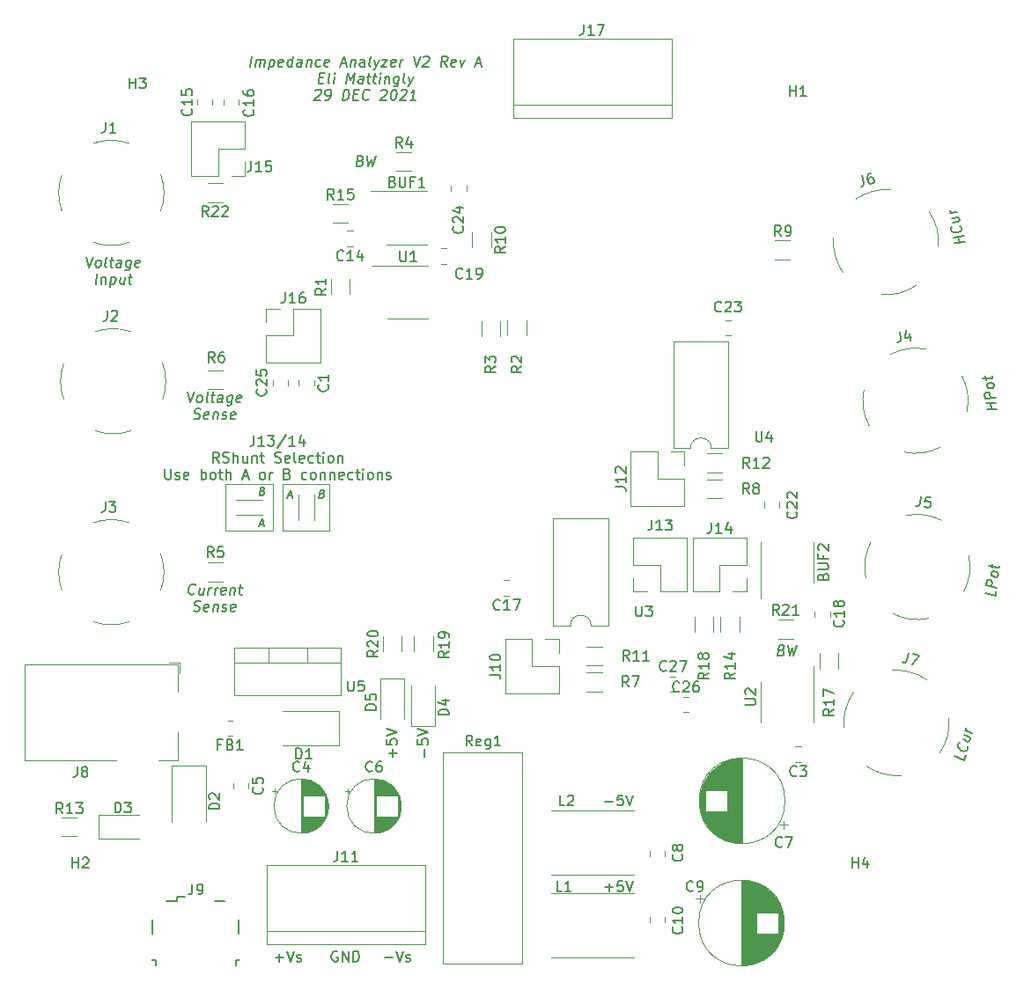
<source format=gbr>
%TF.GenerationSoftware,KiCad,Pcbnew,(6.0.0)*%
%TF.CreationDate,2022-01-15T22:09:40-05:00*%
%TF.ProjectId,Impedance_Analyzer_V2,496d7065-6461-46e6-9365-5f416e616c79,rev?*%
%TF.SameCoordinates,Original*%
%TF.FileFunction,Legend,Top*%
%TF.FilePolarity,Positive*%
%FSLAX46Y46*%
G04 Gerber Fmt 4.6, Leading zero omitted, Abs format (unit mm)*
G04 Created by KiCad (PCBNEW (6.0.0)) date 2022-01-15 22:09:40*
%MOMM*%
%LPD*%
G01*
G04 APERTURE LIST*
%ADD10C,0.120000*%
%ADD11C,0.150000*%
G04 APERTURE END LIST*
D10*
X90000000Y-99000000D02*
X92500000Y-99000000D01*
X96000000Y-97000000D02*
X96000000Y-99500000D01*
X94500000Y-96000000D02*
X99000000Y-96000000D01*
X99000000Y-96000000D02*
X99000000Y-100500000D01*
X99000000Y-100500000D02*
X94500000Y-100500000D01*
X94500000Y-100500000D02*
X94500000Y-96000000D01*
X89000000Y-96000000D02*
X93500000Y-96000000D01*
X93500000Y-96000000D02*
X93500000Y-100500000D01*
X93500000Y-100500000D02*
X89000000Y-100500000D01*
X89000000Y-100500000D02*
X89000000Y-96000000D01*
X90000000Y-97500000D02*
X92500000Y-97500000D01*
X97500000Y-97000000D02*
X97500000Y-99500000D01*
D11*
X85363660Y-87147380D02*
X85571994Y-88147380D01*
X86030327Y-87147380D01*
X86381517Y-88147380D02*
X86292232Y-88099761D01*
X86250565Y-88052142D01*
X86214851Y-87956904D01*
X86250565Y-87671190D01*
X86310089Y-87575952D01*
X86363660Y-87528333D01*
X86464851Y-87480714D01*
X86607708Y-87480714D01*
X86696994Y-87528333D01*
X86738660Y-87575952D01*
X86774375Y-87671190D01*
X86738660Y-87956904D01*
X86679136Y-88052142D01*
X86625565Y-88099761D01*
X86524375Y-88147380D01*
X86381517Y-88147380D01*
X87286279Y-88147380D02*
X87196994Y-88099761D01*
X87161279Y-88004523D01*
X87268422Y-87147380D01*
X87607708Y-87480714D02*
X87988660Y-87480714D01*
X87792232Y-87147380D02*
X87685089Y-88004523D01*
X87720803Y-88099761D01*
X87810089Y-88147380D01*
X87905327Y-88147380D01*
X88667232Y-88147380D02*
X88732708Y-87623571D01*
X88696994Y-87528333D01*
X88607708Y-87480714D01*
X88417232Y-87480714D01*
X88316041Y-87528333D01*
X88673184Y-88099761D02*
X88571994Y-88147380D01*
X88333898Y-88147380D01*
X88244613Y-88099761D01*
X88208898Y-88004523D01*
X88220803Y-87909285D01*
X88280327Y-87814047D01*
X88381517Y-87766428D01*
X88619613Y-87766428D01*
X88720803Y-87718809D01*
X89655327Y-87480714D02*
X89554136Y-88290238D01*
X89494613Y-88385476D01*
X89441041Y-88433095D01*
X89339851Y-88480714D01*
X89196994Y-88480714D01*
X89107708Y-88433095D01*
X89577946Y-88099761D02*
X89476755Y-88147380D01*
X89286279Y-88147380D01*
X89196994Y-88099761D01*
X89155327Y-88052142D01*
X89119613Y-87956904D01*
X89155327Y-87671190D01*
X89214851Y-87575952D01*
X89268422Y-87528333D01*
X89369613Y-87480714D01*
X89560089Y-87480714D01*
X89649375Y-87528333D01*
X90435089Y-88099761D02*
X90333898Y-88147380D01*
X90143422Y-88147380D01*
X90054136Y-88099761D01*
X90018422Y-88004523D01*
X90066041Y-87623571D01*
X90125565Y-87528333D01*
X90226755Y-87480714D01*
X90417232Y-87480714D01*
X90506517Y-87528333D01*
X90542232Y-87623571D01*
X90530327Y-87718809D01*
X90042232Y-87814047D01*
X85911279Y-89709761D02*
X86048184Y-89757380D01*
X86286279Y-89757380D01*
X86387470Y-89709761D01*
X86441041Y-89662142D01*
X86500565Y-89566904D01*
X86512470Y-89471666D01*
X86476755Y-89376428D01*
X86435089Y-89328809D01*
X86345803Y-89281190D01*
X86161279Y-89233571D01*
X86071994Y-89185952D01*
X86030327Y-89138333D01*
X85994613Y-89043095D01*
X86006517Y-88947857D01*
X86066041Y-88852619D01*
X86119613Y-88805000D01*
X86220803Y-88757380D01*
X86458898Y-88757380D01*
X86595803Y-88805000D01*
X87292232Y-89709761D02*
X87191041Y-89757380D01*
X87000565Y-89757380D01*
X86911279Y-89709761D01*
X86875565Y-89614523D01*
X86923184Y-89233571D01*
X86982708Y-89138333D01*
X87083898Y-89090714D01*
X87274375Y-89090714D01*
X87363660Y-89138333D01*
X87399375Y-89233571D01*
X87387470Y-89328809D01*
X86899375Y-89424047D01*
X87845803Y-89090714D02*
X87762470Y-89757380D01*
X87833898Y-89185952D02*
X87887470Y-89138333D01*
X87988660Y-89090714D01*
X88131517Y-89090714D01*
X88220803Y-89138333D01*
X88256517Y-89233571D01*
X88191041Y-89757380D01*
X88625565Y-89709761D02*
X88714851Y-89757380D01*
X88905327Y-89757380D01*
X89006517Y-89709761D01*
X89066041Y-89614523D01*
X89071994Y-89566904D01*
X89036279Y-89471666D01*
X88946994Y-89424047D01*
X88804136Y-89424047D01*
X88714851Y-89376428D01*
X88679136Y-89281190D01*
X88685089Y-89233571D01*
X88744613Y-89138333D01*
X88845803Y-89090714D01*
X88988660Y-89090714D01*
X89077946Y-89138333D01*
X89863660Y-89709761D02*
X89762470Y-89757380D01*
X89571994Y-89757380D01*
X89482708Y-89709761D01*
X89446994Y-89614523D01*
X89494613Y-89233571D01*
X89554136Y-89138333D01*
X89655327Y-89090714D01*
X89845803Y-89090714D01*
X89935089Y-89138333D01*
X89970803Y-89233571D01*
X89958898Y-89328809D01*
X89470803Y-89424047D01*
X75613660Y-74147380D02*
X75821994Y-75147380D01*
X76280327Y-74147380D01*
X76631517Y-75147380D02*
X76542232Y-75099761D01*
X76500565Y-75052142D01*
X76464851Y-74956904D01*
X76500565Y-74671190D01*
X76560089Y-74575952D01*
X76613660Y-74528333D01*
X76714851Y-74480714D01*
X76857708Y-74480714D01*
X76946994Y-74528333D01*
X76988660Y-74575952D01*
X77024375Y-74671190D01*
X76988660Y-74956904D01*
X76929136Y-75052142D01*
X76875565Y-75099761D01*
X76774375Y-75147380D01*
X76631517Y-75147380D01*
X77536279Y-75147380D02*
X77446994Y-75099761D01*
X77411279Y-75004523D01*
X77518422Y-74147380D01*
X77857708Y-74480714D02*
X78238660Y-74480714D01*
X78042232Y-74147380D02*
X77935089Y-75004523D01*
X77970803Y-75099761D01*
X78060089Y-75147380D01*
X78155327Y-75147380D01*
X78917232Y-75147380D02*
X78982708Y-74623571D01*
X78946994Y-74528333D01*
X78857708Y-74480714D01*
X78667232Y-74480714D01*
X78566041Y-74528333D01*
X78923184Y-75099761D02*
X78821994Y-75147380D01*
X78583898Y-75147380D01*
X78494613Y-75099761D01*
X78458898Y-75004523D01*
X78470803Y-74909285D01*
X78530327Y-74814047D01*
X78631517Y-74766428D01*
X78869613Y-74766428D01*
X78970803Y-74718809D01*
X79905327Y-74480714D02*
X79804136Y-75290238D01*
X79744613Y-75385476D01*
X79691041Y-75433095D01*
X79589851Y-75480714D01*
X79446994Y-75480714D01*
X79357708Y-75433095D01*
X79827946Y-75099761D02*
X79726755Y-75147380D01*
X79536279Y-75147380D01*
X79446994Y-75099761D01*
X79405327Y-75052142D01*
X79369613Y-74956904D01*
X79405327Y-74671190D01*
X79464851Y-74575952D01*
X79518422Y-74528333D01*
X79619613Y-74480714D01*
X79810089Y-74480714D01*
X79899375Y-74528333D01*
X80685089Y-75099761D02*
X80583898Y-75147380D01*
X80393422Y-75147380D01*
X80304136Y-75099761D01*
X80268422Y-75004523D01*
X80316041Y-74623571D01*
X80375565Y-74528333D01*
X80476755Y-74480714D01*
X80667232Y-74480714D01*
X80756517Y-74528333D01*
X80792232Y-74623571D01*
X80780327Y-74718809D01*
X80292232Y-74814047D01*
X76512470Y-76757380D02*
X76637470Y-75757380D01*
X77071994Y-76090714D02*
X76988660Y-76757380D01*
X77060089Y-76185952D02*
X77113660Y-76138333D01*
X77214851Y-76090714D01*
X77357708Y-76090714D01*
X77446994Y-76138333D01*
X77482708Y-76233571D01*
X77417232Y-76757380D01*
X77976755Y-76090714D02*
X77851755Y-77090714D01*
X77970803Y-76138333D02*
X78071994Y-76090714D01*
X78262470Y-76090714D01*
X78351755Y-76138333D01*
X78393422Y-76185952D01*
X78429136Y-76281190D01*
X78393422Y-76566904D01*
X78333898Y-76662142D01*
X78280327Y-76709761D01*
X78179136Y-76757380D01*
X77988660Y-76757380D01*
X77899375Y-76709761D01*
X79310089Y-76090714D02*
X79226755Y-76757380D01*
X78881517Y-76090714D02*
X78816041Y-76614523D01*
X78851755Y-76709761D01*
X78941041Y-76757380D01*
X79083898Y-76757380D01*
X79185089Y-76709761D01*
X79238660Y-76662142D01*
X79643422Y-76090714D02*
X80024375Y-76090714D01*
X79827946Y-75757380D02*
X79720803Y-76614523D01*
X79756517Y-76709761D01*
X79845803Y-76757380D01*
X79941041Y-76757380D01*
X160112022Y-72719247D02*
X159113744Y-72857325D01*
X159589115Y-72791573D02*
X159441218Y-72239616D01*
X159964126Y-72167289D02*
X158965848Y-72305367D01*
X159597908Y-71168517D02*
X159657770Y-71207938D01*
X159742281Y-71339353D01*
X159766930Y-71431346D01*
X159756367Y-71575910D01*
X159685943Y-71681053D01*
X159603193Y-71740200D01*
X159425370Y-71812497D01*
X159282759Y-71832223D01*
X159080286Y-71812527D01*
X158972887Y-71779681D01*
X158853163Y-71700838D01*
X158768652Y-71569424D01*
X158744003Y-71477431D01*
X158754566Y-71332866D01*
X158789778Y-71280295D01*
X158805618Y-70419483D02*
X159471137Y-70327430D01*
X158916541Y-70833451D02*
X159439448Y-70761124D01*
X159522198Y-70701977D01*
X159545085Y-70603409D01*
X159508111Y-70465420D01*
X159435925Y-70380002D01*
X159376063Y-70340581D01*
X159347890Y-69867466D02*
X158682371Y-69959518D01*
X158872519Y-69933217D02*
X158765120Y-69900371D01*
X158705259Y-69860950D01*
X158633072Y-69775532D01*
X158608423Y-69683539D01*
X163173227Y-88789771D02*
X162165562Y-88805161D01*
X162645403Y-88797833D02*
X162565875Y-88231965D01*
X163093700Y-88223904D02*
X162086035Y-88239294D01*
X163027427Y-87752348D02*
X162019762Y-87767737D01*
X161966744Y-87390492D01*
X162001473Y-87295448D01*
X162042830Y-87247560D01*
X162132171Y-87198939D01*
X162276123Y-87196740D01*
X162378718Y-87242430D01*
X162433329Y-87288853D01*
X162494568Y-87382431D01*
X162547586Y-87759676D01*
X162868372Y-86620613D02*
X162833642Y-86715657D01*
X162792286Y-86763545D01*
X162702945Y-86812167D01*
X162415041Y-86816564D01*
X162312445Y-86770874D01*
X162257834Y-86724451D01*
X162196595Y-86630873D01*
X162176713Y-86489406D01*
X162211443Y-86394362D01*
X162252800Y-86346473D01*
X162342140Y-86297852D01*
X162630045Y-86293455D01*
X162732640Y-86339145D01*
X162787251Y-86385568D01*
X162848490Y-86479146D01*
X162868372Y-86620613D01*
X162110440Y-86017849D02*
X162057422Y-85640604D01*
X161754670Y-85881512D02*
X162618383Y-85868321D01*
X162707724Y-85819700D01*
X162742453Y-85724656D01*
X162729199Y-85630345D01*
X163074306Y-106320748D02*
X163016273Y-106793389D01*
X162038961Y-106547451D01*
X163114930Y-105989899D02*
X162137617Y-105743961D01*
X162184043Y-105365849D01*
X162242189Y-105283032D01*
X162294531Y-105247479D01*
X162393411Y-105223638D01*
X162533027Y-105258771D01*
X162620302Y-105329458D01*
X162661037Y-105388434D01*
X162695969Y-105494673D01*
X162649543Y-105872786D01*
X163254209Y-104855561D02*
X163196063Y-104938378D01*
X163143721Y-104973930D01*
X163044841Y-104997772D01*
X162765609Y-104927504D01*
X162678335Y-104856817D01*
X162637599Y-104797842D01*
X162602667Y-104691602D01*
X162620077Y-104549810D01*
X162678222Y-104466993D01*
X162730564Y-104431440D01*
X162829445Y-104407599D01*
X163108677Y-104477867D01*
X163195951Y-104548553D01*
X163236687Y-104607529D01*
X163271619Y-104713768D01*
X163254209Y-104855561D01*
X162678110Y-104077169D02*
X162724536Y-103699056D01*
X162369749Y-103853397D02*
X163207446Y-104064201D01*
X163306326Y-104040360D01*
X163364471Y-103957543D01*
X163376078Y-103863014D01*
X160165969Y-122128460D02*
X160042721Y-122588425D01*
X159109148Y-122208865D01*
X160311226Y-121218379D02*
X160343358Y-121282450D01*
X160350839Y-121438513D01*
X160326190Y-121530506D01*
X160244760Y-121650421D01*
X160131199Y-121706266D01*
X160029962Y-121716114D01*
X159839814Y-121689813D01*
X159706446Y-121635590D01*
X159540948Y-121517297D01*
X159464360Y-121435152D01*
X159400098Y-121307010D01*
X159392616Y-121150947D01*
X159417266Y-121058954D01*
X159498696Y-120939038D01*
X159555476Y-120911116D01*
X159999601Y-120173551D02*
X160621983Y-120426591D01*
X159888678Y-120587519D02*
X160377693Y-120786336D01*
X160478929Y-120776489D01*
X160548035Y-120702570D01*
X160585009Y-120564580D01*
X160565202Y-120454513D01*
X160533071Y-120390443D01*
X160745230Y-119966626D02*
X160122848Y-119713587D01*
X160300671Y-119785884D02*
X160224084Y-119703739D01*
X160191953Y-119639668D01*
X160172147Y-119529601D01*
X160196796Y-119437608D01*
X104285714Y-141571428D02*
X105047619Y-141571428D01*
X105380952Y-140952380D02*
X105714285Y-141952380D01*
X106047619Y-140952380D01*
X106333333Y-141904761D02*
X106428571Y-141952380D01*
X106619047Y-141952380D01*
X106714285Y-141904761D01*
X106761904Y-141809523D01*
X106761904Y-141761904D01*
X106714285Y-141666666D01*
X106619047Y-141619047D01*
X106476190Y-141619047D01*
X106380952Y-141571428D01*
X106333333Y-141476190D01*
X106333333Y-141428571D01*
X106380952Y-141333333D01*
X106476190Y-141285714D01*
X106619047Y-141285714D01*
X106714285Y-141333333D01*
X93785714Y-141571428D02*
X94547619Y-141571428D01*
X94166666Y-141952380D02*
X94166666Y-141190476D01*
X94880952Y-140952380D02*
X95214285Y-141952380D01*
X95547619Y-140952380D01*
X95833333Y-141904761D02*
X95928571Y-141952380D01*
X96119047Y-141952380D01*
X96214285Y-141904761D01*
X96261904Y-141809523D01*
X96261904Y-141761904D01*
X96214285Y-141666666D01*
X96119047Y-141619047D01*
X95976190Y-141619047D01*
X95880952Y-141571428D01*
X95833333Y-141476190D01*
X95833333Y-141428571D01*
X95880952Y-141333333D01*
X95976190Y-141285714D01*
X96119047Y-141285714D01*
X96214285Y-141333333D01*
X99738095Y-141000000D02*
X99642857Y-140952380D01*
X99500000Y-140952380D01*
X99357142Y-141000000D01*
X99261904Y-141095238D01*
X99214285Y-141190476D01*
X99166666Y-141380952D01*
X99166666Y-141523809D01*
X99214285Y-141714285D01*
X99261904Y-141809523D01*
X99357142Y-141904761D01*
X99500000Y-141952380D01*
X99595238Y-141952380D01*
X99738095Y-141904761D01*
X99785714Y-141857142D01*
X99785714Y-141523809D01*
X99595238Y-141523809D01*
X100214285Y-141952380D02*
X100214285Y-140952380D01*
X100785714Y-141952380D01*
X100785714Y-140952380D01*
X101261904Y-141952380D02*
X101261904Y-140952380D01*
X101500000Y-140952380D01*
X101642857Y-141000000D01*
X101738095Y-141095238D01*
X101785714Y-141190476D01*
X101833333Y-141380952D01*
X101833333Y-141523809D01*
X101785714Y-141714285D01*
X101738095Y-141809523D01*
X101642857Y-141904761D01*
X101500000Y-141952380D01*
X101261904Y-141952380D01*
X142470803Y-111978571D02*
X142607708Y-112026190D01*
X142649375Y-112073809D01*
X142685089Y-112169047D01*
X142667232Y-112311904D01*
X142607708Y-112407142D01*
X142554136Y-112454761D01*
X142452946Y-112502380D01*
X142071994Y-112502380D01*
X142196994Y-111502380D01*
X142530327Y-111502380D01*
X142619613Y-111550000D01*
X142661279Y-111597619D01*
X142696994Y-111692857D01*
X142685089Y-111788095D01*
X142625565Y-111883333D01*
X142571994Y-111930952D01*
X142470803Y-111978571D01*
X142137470Y-111978571D01*
X143101755Y-111502380D02*
X143214851Y-112502380D01*
X143494613Y-111788095D01*
X143595803Y-112502380D01*
X143958898Y-111502380D01*
X125464285Y-126571428D02*
X126226190Y-126571428D01*
X127178571Y-125952380D02*
X126702380Y-125952380D01*
X126654761Y-126428571D01*
X126702380Y-126380952D01*
X126797619Y-126333333D01*
X127035714Y-126333333D01*
X127130952Y-126380952D01*
X127178571Y-126428571D01*
X127226190Y-126523809D01*
X127226190Y-126761904D01*
X127178571Y-126857142D01*
X127130952Y-126904761D01*
X127035714Y-126952380D01*
X126797619Y-126952380D01*
X126702380Y-126904761D01*
X126654761Y-126857142D01*
X127511904Y-125952380D02*
X127845238Y-126952380D01*
X128178571Y-125952380D01*
X92531674Y-96696428D02*
X92634352Y-96732142D01*
X92665602Y-96767857D01*
X92692388Y-96839285D01*
X92678995Y-96946428D01*
X92634352Y-97017857D01*
X92594174Y-97053571D01*
X92518281Y-97089285D01*
X92232566Y-97089285D01*
X92326316Y-96339285D01*
X92576316Y-96339285D01*
X92643281Y-96375000D01*
X92674531Y-96410714D01*
X92701316Y-96482142D01*
X92692388Y-96553571D01*
X92647745Y-96625000D01*
X92607566Y-96660714D01*
X92531674Y-96696428D01*
X92281674Y-96696428D01*
X108071428Y-122285714D02*
X108071428Y-121523809D01*
X107452380Y-120571428D02*
X107452380Y-121047619D01*
X107928571Y-121095238D01*
X107880952Y-121047619D01*
X107833333Y-120952380D01*
X107833333Y-120714285D01*
X107880952Y-120619047D01*
X107928571Y-120571428D01*
X108023809Y-120523809D01*
X108261904Y-120523809D01*
X108357142Y-120571428D01*
X108404761Y-120619047D01*
X108452380Y-120714285D01*
X108452380Y-120952380D01*
X108404761Y-121047619D01*
X108357142Y-121095238D01*
X107452380Y-120238095D02*
X108452380Y-119904761D01*
X107452380Y-119571428D01*
X91357708Y-55842380D02*
X91482708Y-54842380D01*
X91833898Y-55842380D02*
X91917232Y-55175714D01*
X91905327Y-55270952D02*
X91958898Y-55223333D01*
X92060089Y-55175714D01*
X92202946Y-55175714D01*
X92292232Y-55223333D01*
X92327946Y-55318571D01*
X92262470Y-55842380D01*
X92327946Y-55318571D02*
X92387470Y-55223333D01*
X92488660Y-55175714D01*
X92631517Y-55175714D01*
X92720803Y-55223333D01*
X92756517Y-55318571D01*
X92691041Y-55842380D01*
X93250565Y-55175714D02*
X93125565Y-56175714D01*
X93244613Y-55223333D02*
X93345803Y-55175714D01*
X93536279Y-55175714D01*
X93625565Y-55223333D01*
X93667232Y-55270952D01*
X93702946Y-55366190D01*
X93667232Y-55651904D01*
X93607708Y-55747142D01*
X93554136Y-55794761D01*
X93452946Y-55842380D01*
X93262470Y-55842380D01*
X93173184Y-55794761D01*
X94458898Y-55794761D02*
X94357708Y-55842380D01*
X94167232Y-55842380D01*
X94077946Y-55794761D01*
X94042232Y-55699523D01*
X94089851Y-55318571D01*
X94149375Y-55223333D01*
X94250565Y-55175714D01*
X94441041Y-55175714D01*
X94530327Y-55223333D01*
X94566041Y-55318571D01*
X94554136Y-55413809D01*
X94066041Y-55509047D01*
X95357708Y-55842380D02*
X95482708Y-54842380D01*
X95363660Y-55794761D02*
X95262470Y-55842380D01*
X95071994Y-55842380D01*
X94982708Y-55794761D01*
X94941041Y-55747142D01*
X94905327Y-55651904D01*
X94941041Y-55366190D01*
X95000565Y-55270952D01*
X95054136Y-55223333D01*
X95155327Y-55175714D01*
X95345803Y-55175714D01*
X95435089Y-55223333D01*
X96262470Y-55842380D02*
X96327946Y-55318571D01*
X96292232Y-55223333D01*
X96202946Y-55175714D01*
X96012470Y-55175714D01*
X95911279Y-55223333D01*
X96268422Y-55794761D02*
X96167232Y-55842380D01*
X95929136Y-55842380D01*
X95839851Y-55794761D01*
X95804136Y-55699523D01*
X95816041Y-55604285D01*
X95875565Y-55509047D01*
X95976755Y-55461428D01*
X96214851Y-55461428D01*
X96316041Y-55413809D01*
X96821994Y-55175714D02*
X96738660Y-55842380D01*
X96810089Y-55270952D02*
X96863660Y-55223333D01*
X96964851Y-55175714D01*
X97107708Y-55175714D01*
X97196994Y-55223333D01*
X97232708Y-55318571D01*
X97167232Y-55842380D01*
X98077946Y-55794761D02*
X97976755Y-55842380D01*
X97786279Y-55842380D01*
X97696994Y-55794761D01*
X97655327Y-55747142D01*
X97619613Y-55651904D01*
X97655327Y-55366190D01*
X97714851Y-55270952D01*
X97768422Y-55223333D01*
X97869613Y-55175714D01*
X98060089Y-55175714D01*
X98149375Y-55223333D01*
X98887470Y-55794761D02*
X98786279Y-55842380D01*
X98595803Y-55842380D01*
X98506517Y-55794761D01*
X98470803Y-55699523D01*
X98518422Y-55318571D01*
X98577946Y-55223333D01*
X98679136Y-55175714D01*
X98869613Y-55175714D01*
X98958898Y-55223333D01*
X98994613Y-55318571D01*
X98982708Y-55413809D01*
X98494613Y-55509047D01*
X100107708Y-55556666D02*
X100583898Y-55556666D01*
X99976755Y-55842380D02*
X100435089Y-54842380D01*
X100643422Y-55842380D01*
X101060089Y-55175714D02*
X100976755Y-55842380D01*
X101048184Y-55270952D02*
X101101755Y-55223333D01*
X101202946Y-55175714D01*
X101345803Y-55175714D01*
X101435089Y-55223333D01*
X101470803Y-55318571D01*
X101405327Y-55842380D01*
X102310089Y-55842380D02*
X102375565Y-55318571D01*
X102339851Y-55223333D01*
X102250565Y-55175714D01*
X102060089Y-55175714D01*
X101958898Y-55223333D01*
X102316041Y-55794761D02*
X102214851Y-55842380D01*
X101976755Y-55842380D01*
X101887470Y-55794761D01*
X101851755Y-55699523D01*
X101863660Y-55604285D01*
X101923184Y-55509047D01*
X102024375Y-55461428D01*
X102262470Y-55461428D01*
X102363660Y-55413809D01*
X102929136Y-55842380D02*
X102839851Y-55794761D01*
X102804136Y-55699523D01*
X102911279Y-54842380D01*
X103298184Y-55175714D02*
X103452946Y-55842380D01*
X103774375Y-55175714D02*
X103452946Y-55842380D01*
X103327946Y-56080476D01*
X103274375Y-56128095D01*
X103173184Y-56175714D01*
X104060089Y-55175714D02*
X104583898Y-55175714D01*
X103976755Y-55842380D01*
X104500565Y-55842380D01*
X105268422Y-55794761D02*
X105167232Y-55842380D01*
X104976755Y-55842380D01*
X104887470Y-55794761D01*
X104851755Y-55699523D01*
X104899375Y-55318571D01*
X104958898Y-55223333D01*
X105060089Y-55175714D01*
X105250565Y-55175714D01*
X105339851Y-55223333D01*
X105375565Y-55318571D01*
X105363660Y-55413809D01*
X104875565Y-55509047D01*
X105738660Y-55842380D02*
X105821994Y-55175714D01*
X105798184Y-55366190D02*
X105857708Y-55270952D01*
X105911279Y-55223333D01*
X106012470Y-55175714D01*
X106107708Y-55175714D01*
X107101755Y-54842380D02*
X107310089Y-55842380D01*
X107768422Y-54842380D01*
X108042232Y-54937619D02*
X108095803Y-54890000D01*
X108196994Y-54842380D01*
X108435089Y-54842380D01*
X108524375Y-54890000D01*
X108566041Y-54937619D01*
X108601755Y-55032857D01*
X108589851Y-55128095D01*
X108524375Y-55270952D01*
X107881517Y-55842380D01*
X108500565Y-55842380D01*
X110262470Y-55842380D02*
X109988660Y-55366190D01*
X109691041Y-55842380D02*
X109816041Y-54842380D01*
X110196994Y-54842380D01*
X110286279Y-54890000D01*
X110327946Y-54937619D01*
X110363660Y-55032857D01*
X110345803Y-55175714D01*
X110286279Y-55270952D01*
X110232708Y-55318571D01*
X110131517Y-55366190D01*
X109750565Y-55366190D01*
X111077946Y-55794761D02*
X110976755Y-55842380D01*
X110786279Y-55842380D01*
X110696994Y-55794761D01*
X110661279Y-55699523D01*
X110708898Y-55318571D01*
X110768422Y-55223333D01*
X110869613Y-55175714D01*
X111060089Y-55175714D01*
X111149375Y-55223333D01*
X111185089Y-55318571D01*
X111173184Y-55413809D01*
X110685089Y-55509047D01*
X111536279Y-55175714D02*
X111691041Y-55842380D01*
X112012470Y-55175714D01*
X113060089Y-55556666D02*
X113536279Y-55556666D01*
X112929136Y-55842380D02*
X113387470Y-54842380D01*
X113595803Y-55842380D01*
X97994613Y-56928571D02*
X98327946Y-56928571D01*
X98405327Y-57452380D02*
X97929136Y-57452380D01*
X98054136Y-56452380D01*
X98530327Y-56452380D01*
X98976755Y-57452380D02*
X98887470Y-57404761D01*
X98851755Y-57309523D01*
X98958898Y-56452380D01*
X99357708Y-57452380D02*
X99441041Y-56785714D01*
X99482708Y-56452380D02*
X99429136Y-56500000D01*
X99470803Y-56547619D01*
X99524375Y-56500000D01*
X99482708Y-56452380D01*
X99470803Y-56547619D01*
X100595803Y-57452380D02*
X100720803Y-56452380D01*
X100964851Y-57166666D01*
X101387470Y-56452380D01*
X101262470Y-57452380D01*
X102167232Y-57452380D02*
X102232708Y-56928571D01*
X102196994Y-56833333D01*
X102107708Y-56785714D01*
X101917232Y-56785714D01*
X101816041Y-56833333D01*
X102173184Y-57404761D02*
X102071994Y-57452380D01*
X101833898Y-57452380D01*
X101744613Y-57404761D01*
X101708898Y-57309523D01*
X101720803Y-57214285D01*
X101780327Y-57119047D01*
X101881517Y-57071428D01*
X102119613Y-57071428D01*
X102220803Y-57023809D01*
X102583898Y-56785714D02*
X102964851Y-56785714D01*
X102768422Y-56452380D02*
X102661279Y-57309523D01*
X102696994Y-57404761D01*
X102786279Y-57452380D01*
X102881517Y-57452380D01*
X103155327Y-56785714D02*
X103536279Y-56785714D01*
X103339851Y-56452380D02*
X103232708Y-57309523D01*
X103268422Y-57404761D01*
X103357708Y-57452380D01*
X103452946Y-57452380D01*
X103786279Y-57452380D02*
X103869613Y-56785714D01*
X103911279Y-56452380D02*
X103857708Y-56500000D01*
X103899375Y-56547619D01*
X103952946Y-56500000D01*
X103911279Y-56452380D01*
X103899375Y-56547619D01*
X104345803Y-56785714D02*
X104262470Y-57452380D01*
X104333898Y-56880952D02*
X104387470Y-56833333D01*
X104488660Y-56785714D01*
X104631517Y-56785714D01*
X104720803Y-56833333D01*
X104756517Y-56928571D01*
X104691041Y-57452380D01*
X105679136Y-56785714D02*
X105577946Y-57595238D01*
X105518422Y-57690476D01*
X105464851Y-57738095D01*
X105363660Y-57785714D01*
X105220803Y-57785714D01*
X105131517Y-57738095D01*
X105601755Y-57404761D02*
X105500565Y-57452380D01*
X105310089Y-57452380D01*
X105220803Y-57404761D01*
X105179136Y-57357142D01*
X105143422Y-57261904D01*
X105179136Y-56976190D01*
X105238660Y-56880952D01*
X105292232Y-56833333D01*
X105393422Y-56785714D01*
X105583898Y-56785714D01*
X105673184Y-56833333D01*
X106214851Y-57452380D02*
X106125565Y-57404761D01*
X106089851Y-57309523D01*
X106196994Y-56452380D01*
X106583898Y-56785714D02*
X106738660Y-57452380D01*
X107060089Y-56785714D02*
X106738660Y-57452380D01*
X106613660Y-57690476D01*
X106560089Y-57738095D01*
X106458898Y-57785714D01*
X97637470Y-58157619D02*
X97691041Y-58110000D01*
X97792232Y-58062380D01*
X98030327Y-58062380D01*
X98119613Y-58110000D01*
X98161279Y-58157619D01*
X98196994Y-58252857D01*
X98185089Y-58348095D01*
X98119613Y-58490952D01*
X97476755Y-59062380D01*
X98095803Y-59062380D01*
X98571994Y-59062380D02*
X98762470Y-59062380D01*
X98863660Y-59014761D01*
X98917232Y-58967142D01*
X99030327Y-58824285D01*
X99101755Y-58633809D01*
X99149375Y-58252857D01*
X99113660Y-58157619D01*
X99071994Y-58110000D01*
X98982708Y-58062380D01*
X98792232Y-58062380D01*
X98691041Y-58110000D01*
X98637470Y-58157619D01*
X98577946Y-58252857D01*
X98548184Y-58490952D01*
X98583898Y-58586190D01*
X98625565Y-58633809D01*
X98714851Y-58681428D01*
X98905327Y-58681428D01*
X99006517Y-58633809D01*
X99060089Y-58586190D01*
X99119613Y-58490952D01*
X100238660Y-59062380D02*
X100363660Y-58062380D01*
X100601755Y-58062380D01*
X100738660Y-58110000D01*
X100821994Y-58205238D01*
X100857708Y-58300476D01*
X100881517Y-58490952D01*
X100863660Y-58633809D01*
X100792232Y-58824285D01*
X100732708Y-58919523D01*
X100625565Y-59014761D01*
X100476755Y-59062380D01*
X100238660Y-59062380D01*
X101304136Y-58538571D02*
X101637470Y-58538571D01*
X101714851Y-59062380D02*
X101238660Y-59062380D01*
X101363660Y-58062380D01*
X101839851Y-58062380D01*
X102726755Y-58967142D02*
X102673184Y-59014761D01*
X102524375Y-59062380D01*
X102429136Y-59062380D01*
X102292232Y-59014761D01*
X102208898Y-58919523D01*
X102173184Y-58824285D01*
X102149375Y-58633809D01*
X102167232Y-58490952D01*
X102238660Y-58300476D01*
X102298184Y-58205238D01*
X102405327Y-58110000D01*
X102554136Y-58062380D01*
X102649375Y-58062380D01*
X102786279Y-58110000D01*
X102827946Y-58157619D01*
X103970803Y-58157619D02*
X104024375Y-58110000D01*
X104125565Y-58062380D01*
X104363660Y-58062380D01*
X104452946Y-58110000D01*
X104494613Y-58157619D01*
X104530327Y-58252857D01*
X104518422Y-58348095D01*
X104452946Y-58490952D01*
X103810089Y-59062380D01*
X104429136Y-59062380D01*
X105173184Y-58062380D02*
X105268422Y-58062380D01*
X105357708Y-58110000D01*
X105399375Y-58157619D01*
X105435089Y-58252857D01*
X105458898Y-58443333D01*
X105429136Y-58681428D01*
X105357708Y-58871904D01*
X105298184Y-58967142D01*
X105244613Y-59014761D01*
X105143422Y-59062380D01*
X105048184Y-59062380D01*
X104958898Y-59014761D01*
X104917232Y-58967142D01*
X104881517Y-58871904D01*
X104857708Y-58681428D01*
X104887470Y-58443333D01*
X104958898Y-58252857D01*
X105018422Y-58157619D01*
X105071994Y-58110000D01*
X105173184Y-58062380D01*
X105875565Y-58157619D02*
X105929136Y-58110000D01*
X106030327Y-58062380D01*
X106268422Y-58062380D01*
X106357708Y-58110000D01*
X106399375Y-58157619D01*
X106435089Y-58252857D01*
X106423184Y-58348095D01*
X106357708Y-58490952D01*
X105714851Y-59062380D01*
X106333898Y-59062380D01*
X107286279Y-59062380D02*
X106714851Y-59062380D01*
X107000565Y-59062380D02*
X107125565Y-58062380D01*
X107012470Y-58205238D01*
X106905327Y-58300476D01*
X106804136Y-58348095D01*
X101970803Y-64928571D02*
X102107708Y-64976190D01*
X102149375Y-65023809D01*
X102185089Y-65119047D01*
X102167232Y-65261904D01*
X102107708Y-65357142D01*
X102054136Y-65404761D01*
X101952946Y-65452380D01*
X101571994Y-65452380D01*
X101696994Y-64452380D01*
X102030327Y-64452380D01*
X102119613Y-64500000D01*
X102161279Y-64547619D01*
X102196994Y-64642857D01*
X102185089Y-64738095D01*
X102125565Y-64833333D01*
X102071994Y-64880952D01*
X101970803Y-64928571D01*
X101637470Y-64928571D01*
X102601755Y-64452380D02*
X102714851Y-65452380D01*
X102994613Y-64738095D01*
X103095803Y-65452380D01*
X103458898Y-64452380D01*
X92277209Y-99875000D02*
X92634352Y-99875000D01*
X92178995Y-100089285D02*
X92522745Y-99339285D01*
X92678995Y-100089285D01*
X98281674Y-96946428D02*
X98384352Y-96982142D01*
X98415602Y-97017857D01*
X98442388Y-97089285D01*
X98428995Y-97196428D01*
X98384352Y-97267857D01*
X98344174Y-97303571D01*
X98268281Y-97339285D01*
X97982566Y-97339285D01*
X98076316Y-96589285D01*
X98326316Y-96589285D01*
X98393281Y-96625000D01*
X98424531Y-96660714D01*
X98451316Y-96732142D01*
X98442388Y-96803571D01*
X98397745Y-96875000D01*
X98357566Y-96910714D01*
X98281674Y-96946428D01*
X98031674Y-96946428D01*
X125464285Y-134821428D02*
X126226190Y-134821428D01*
X125845238Y-135202380D02*
X125845238Y-134440476D01*
X127178571Y-134202380D02*
X126702380Y-134202380D01*
X126654761Y-134678571D01*
X126702380Y-134630952D01*
X126797619Y-134583333D01*
X127035714Y-134583333D01*
X127130952Y-134630952D01*
X127178571Y-134678571D01*
X127226190Y-134773809D01*
X127226190Y-135011904D01*
X127178571Y-135107142D01*
X127130952Y-135154761D01*
X127035714Y-135202380D01*
X126797619Y-135202380D01*
X126702380Y-135154761D01*
X126654761Y-135107142D01*
X127511904Y-134202380D02*
X127845238Y-135202380D01*
X128178571Y-134202380D01*
X85988660Y-106552142D02*
X85935089Y-106599761D01*
X85786279Y-106647380D01*
X85691041Y-106647380D01*
X85554136Y-106599761D01*
X85470803Y-106504523D01*
X85435089Y-106409285D01*
X85411279Y-106218809D01*
X85429136Y-106075952D01*
X85500565Y-105885476D01*
X85560089Y-105790238D01*
X85667232Y-105695000D01*
X85816041Y-105647380D01*
X85911279Y-105647380D01*
X86048184Y-105695000D01*
X86089851Y-105742619D01*
X86917232Y-105980714D02*
X86833898Y-106647380D01*
X86488660Y-105980714D02*
X86423184Y-106504523D01*
X86458898Y-106599761D01*
X86548184Y-106647380D01*
X86691041Y-106647380D01*
X86792232Y-106599761D01*
X86845803Y-106552142D01*
X87310089Y-106647380D02*
X87393422Y-105980714D01*
X87369613Y-106171190D02*
X87429136Y-106075952D01*
X87482708Y-106028333D01*
X87583898Y-105980714D01*
X87679136Y-105980714D01*
X87929136Y-106647380D02*
X88012470Y-105980714D01*
X87988660Y-106171190D02*
X88048184Y-106075952D01*
X88101755Y-106028333D01*
X88202946Y-105980714D01*
X88298184Y-105980714D01*
X88935089Y-106599761D02*
X88833898Y-106647380D01*
X88643422Y-106647380D01*
X88554136Y-106599761D01*
X88518422Y-106504523D01*
X88566041Y-106123571D01*
X88625565Y-106028333D01*
X88726755Y-105980714D01*
X88917232Y-105980714D01*
X89006517Y-106028333D01*
X89042232Y-106123571D01*
X89030327Y-106218809D01*
X88542232Y-106314047D01*
X89488660Y-105980714D02*
X89405327Y-106647380D01*
X89476755Y-106075952D02*
X89530327Y-106028333D01*
X89631517Y-105980714D01*
X89774375Y-105980714D01*
X89863660Y-106028333D01*
X89899375Y-106123571D01*
X89833898Y-106647380D01*
X90250565Y-105980714D02*
X90631517Y-105980714D01*
X90435089Y-105647380D02*
X90327946Y-106504523D01*
X90363660Y-106599761D01*
X90452946Y-106647380D01*
X90548184Y-106647380D01*
X85911279Y-108209761D02*
X86048184Y-108257380D01*
X86286279Y-108257380D01*
X86387470Y-108209761D01*
X86441041Y-108162142D01*
X86500565Y-108066904D01*
X86512470Y-107971666D01*
X86476755Y-107876428D01*
X86435089Y-107828809D01*
X86345803Y-107781190D01*
X86161279Y-107733571D01*
X86071994Y-107685952D01*
X86030327Y-107638333D01*
X85994613Y-107543095D01*
X86006517Y-107447857D01*
X86066041Y-107352619D01*
X86119613Y-107305000D01*
X86220803Y-107257380D01*
X86458898Y-107257380D01*
X86595803Y-107305000D01*
X87292232Y-108209761D02*
X87191041Y-108257380D01*
X87000565Y-108257380D01*
X86911279Y-108209761D01*
X86875565Y-108114523D01*
X86923184Y-107733571D01*
X86982708Y-107638333D01*
X87083898Y-107590714D01*
X87274375Y-107590714D01*
X87363660Y-107638333D01*
X87399375Y-107733571D01*
X87387470Y-107828809D01*
X86899375Y-107924047D01*
X87845803Y-107590714D02*
X87762470Y-108257380D01*
X87833898Y-107685952D02*
X87887470Y-107638333D01*
X87988660Y-107590714D01*
X88131517Y-107590714D01*
X88220803Y-107638333D01*
X88256517Y-107733571D01*
X88191041Y-108257380D01*
X88625565Y-108209761D02*
X88714851Y-108257380D01*
X88905327Y-108257380D01*
X89006517Y-108209761D01*
X89066041Y-108114523D01*
X89071994Y-108066904D01*
X89036279Y-107971666D01*
X88946994Y-107924047D01*
X88804136Y-107924047D01*
X88714851Y-107876428D01*
X88679136Y-107781190D01*
X88685089Y-107733571D01*
X88744613Y-107638333D01*
X88845803Y-107590714D01*
X88988660Y-107590714D01*
X89077946Y-107638333D01*
X89863660Y-108209761D02*
X89762470Y-108257380D01*
X89571994Y-108257380D01*
X89482708Y-108209761D01*
X89446994Y-108114523D01*
X89494613Y-107733571D01*
X89554136Y-107638333D01*
X89655327Y-107590714D01*
X89845803Y-107590714D01*
X89935089Y-107638333D01*
X89970803Y-107733571D01*
X89958898Y-107828809D01*
X89470803Y-107924047D01*
X91714285Y-91342380D02*
X91714285Y-92056666D01*
X91666666Y-92199523D01*
X91571428Y-92294761D01*
X91428571Y-92342380D01*
X91333333Y-92342380D01*
X92714285Y-92342380D02*
X92142857Y-92342380D01*
X92428571Y-92342380D02*
X92428571Y-91342380D01*
X92333333Y-91485238D01*
X92238095Y-91580476D01*
X92142857Y-91628095D01*
X93047619Y-91342380D02*
X93666666Y-91342380D01*
X93333333Y-91723333D01*
X93476190Y-91723333D01*
X93571428Y-91770952D01*
X93619047Y-91818571D01*
X93666666Y-91913809D01*
X93666666Y-92151904D01*
X93619047Y-92247142D01*
X93571428Y-92294761D01*
X93476190Y-92342380D01*
X93190476Y-92342380D01*
X93095238Y-92294761D01*
X93047619Y-92247142D01*
X94809523Y-91294761D02*
X93952380Y-92580476D01*
X95666666Y-92342380D02*
X95095238Y-92342380D01*
X95380952Y-92342380D02*
X95380952Y-91342380D01*
X95285714Y-91485238D01*
X95190476Y-91580476D01*
X95095238Y-91628095D01*
X96523809Y-91675714D02*
X96523809Y-92342380D01*
X96285714Y-91294761D02*
X96047619Y-92009047D01*
X96666666Y-92009047D01*
X88357142Y-93952380D02*
X88023809Y-93476190D01*
X87785714Y-93952380D02*
X87785714Y-92952380D01*
X88166666Y-92952380D01*
X88261904Y-93000000D01*
X88309523Y-93047619D01*
X88357142Y-93142857D01*
X88357142Y-93285714D01*
X88309523Y-93380952D01*
X88261904Y-93428571D01*
X88166666Y-93476190D01*
X87785714Y-93476190D01*
X88738095Y-93904761D02*
X88880952Y-93952380D01*
X89119047Y-93952380D01*
X89214285Y-93904761D01*
X89261904Y-93857142D01*
X89309523Y-93761904D01*
X89309523Y-93666666D01*
X89261904Y-93571428D01*
X89214285Y-93523809D01*
X89119047Y-93476190D01*
X88928571Y-93428571D01*
X88833333Y-93380952D01*
X88785714Y-93333333D01*
X88738095Y-93238095D01*
X88738095Y-93142857D01*
X88785714Y-93047619D01*
X88833333Y-93000000D01*
X88928571Y-92952380D01*
X89166666Y-92952380D01*
X89309523Y-93000000D01*
X89738095Y-93952380D02*
X89738095Y-92952380D01*
X90166666Y-93952380D02*
X90166666Y-93428571D01*
X90119047Y-93333333D01*
X90023809Y-93285714D01*
X89880952Y-93285714D01*
X89785714Y-93333333D01*
X89738095Y-93380952D01*
X91071428Y-93285714D02*
X91071428Y-93952380D01*
X90642857Y-93285714D02*
X90642857Y-93809523D01*
X90690476Y-93904761D01*
X90785714Y-93952380D01*
X90928571Y-93952380D01*
X91023809Y-93904761D01*
X91071428Y-93857142D01*
X91547619Y-93285714D02*
X91547619Y-93952380D01*
X91547619Y-93380952D02*
X91595238Y-93333333D01*
X91690476Y-93285714D01*
X91833333Y-93285714D01*
X91928571Y-93333333D01*
X91976190Y-93428571D01*
X91976190Y-93952380D01*
X92309523Y-93285714D02*
X92690476Y-93285714D01*
X92452380Y-92952380D02*
X92452380Y-93809523D01*
X92500000Y-93904761D01*
X92595238Y-93952380D01*
X92690476Y-93952380D01*
X93738095Y-93904761D02*
X93880952Y-93952380D01*
X94119047Y-93952380D01*
X94214285Y-93904761D01*
X94261904Y-93857142D01*
X94309523Y-93761904D01*
X94309523Y-93666666D01*
X94261904Y-93571428D01*
X94214285Y-93523809D01*
X94119047Y-93476190D01*
X93928571Y-93428571D01*
X93833333Y-93380952D01*
X93785714Y-93333333D01*
X93738095Y-93238095D01*
X93738095Y-93142857D01*
X93785714Y-93047619D01*
X93833333Y-93000000D01*
X93928571Y-92952380D01*
X94166666Y-92952380D01*
X94309523Y-93000000D01*
X95119047Y-93904761D02*
X95023809Y-93952380D01*
X94833333Y-93952380D01*
X94738095Y-93904761D01*
X94690476Y-93809523D01*
X94690476Y-93428571D01*
X94738095Y-93333333D01*
X94833333Y-93285714D01*
X95023809Y-93285714D01*
X95119047Y-93333333D01*
X95166666Y-93428571D01*
X95166666Y-93523809D01*
X94690476Y-93619047D01*
X95738095Y-93952380D02*
X95642857Y-93904761D01*
X95595238Y-93809523D01*
X95595238Y-92952380D01*
X96500000Y-93904761D02*
X96404761Y-93952380D01*
X96214285Y-93952380D01*
X96119047Y-93904761D01*
X96071428Y-93809523D01*
X96071428Y-93428571D01*
X96119047Y-93333333D01*
X96214285Y-93285714D01*
X96404761Y-93285714D01*
X96500000Y-93333333D01*
X96547619Y-93428571D01*
X96547619Y-93523809D01*
X96071428Y-93619047D01*
X97404761Y-93904761D02*
X97309523Y-93952380D01*
X97119047Y-93952380D01*
X97023809Y-93904761D01*
X96976190Y-93857142D01*
X96928571Y-93761904D01*
X96928571Y-93476190D01*
X96976190Y-93380952D01*
X97023809Y-93333333D01*
X97119047Y-93285714D01*
X97309523Y-93285714D01*
X97404761Y-93333333D01*
X97690476Y-93285714D02*
X98071428Y-93285714D01*
X97833333Y-92952380D02*
X97833333Y-93809523D01*
X97880952Y-93904761D01*
X97976190Y-93952380D01*
X98071428Y-93952380D01*
X98404761Y-93952380D02*
X98404761Y-93285714D01*
X98404761Y-92952380D02*
X98357142Y-93000000D01*
X98404761Y-93047619D01*
X98452380Y-93000000D01*
X98404761Y-92952380D01*
X98404761Y-93047619D01*
X99023809Y-93952380D02*
X98928571Y-93904761D01*
X98880952Y-93857142D01*
X98833333Y-93761904D01*
X98833333Y-93476190D01*
X98880952Y-93380952D01*
X98928571Y-93333333D01*
X99023809Y-93285714D01*
X99166666Y-93285714D01*
X99261904Y-93333333D01*
X99309523Y-93380952D01*
X99357142Y-93476190D01*
X99357142Y-93761904D01*
X99309523Y-93857142D01*
X99261904Y-93904761D01*
X99166666Y-93952380D01*
X99023809Y-93952380D01*
X99785714Y-93285714D02*
X99785714Y-93952380D01*
X99785714Y-93380952D02*
X99833333Y-93333333D01*
X99928571Y-93285714D01*
X100071428Y-93285714D01*
X100166666Y-93333333D01*
X100214285Y-93428571D01*
X100214285Y-93952380D01*
X83166666Y-94562380D02*
X83166666Y-95371904D01*
X83214285Y-95467142D01*
X83261904Y-95514761D01*
X83357142Y-95562380D01*
X83547619Y-95562380D01*
X83642857Y-95514761D01*
X83690476Y-95467142D01*
X83738095Y-95371904D01*
X83738095Y-94562380D01*
X84166666Y-95514761D02*
X84261904Y-95562380D01*
X84452380Y-95562380D01*
X84547619Y-95514761D01*
X84595238Y-95419523D01*
X84595238Y-95371904D01*
X84547619Y-95276666D01*
X84452380Y-95229047D01*
X84309523Y-95229047D01*
X84214285Y-95181428D01*
X84166666Y-95086190D01*
X84166666Y-95038571D01*
X84214285Y-94943333D01*
X84309523Y-94895714D01*
X84452380Y-94895714D01*
X84547619Y-94943333D01*
X85404761Y-95514761D02*
X85309523Y-95562380D01*
X85119047Y-95562380D01*
X85023809Y-95514761D01*
X84976190Y-95419523D01*
X84976190Y-95038571D01*
X85023809Y-94943333D01*
X85119047Y-94895714D01*
X85309523Y-94895714D01*
X85404761Y-94943333D01*
X85452380Y-95038571D01*
X85452380Y-95133809D01*
X84976190Y-95229047D01*
X86642857Y-95562380D02*
X86642857Y-94562380D01*
X86642857Y-94943333D02*
X86738095Y-94895714D01*
X86928571Y-94895714D01*
X87023809Y-94943333D01*
X87071428Y-94990952D01*
X87119047Y-95086190D01*
X87119047Y-95371904D01*
X87071428Y-95467142D01*
X87023809Y-95514761D01*
X86928571Y-95562380D01*
X86738095Y-95562380D01*
X86642857Y-95514761D01*
X87690476Y-95562380D02*
X87595238Y-95514761D01*
X87547619Y-95467142D01*
X87500000Y-95371904D01*
X87500000Y-95086190D01*
X87547619Y-94990952D01*
X87595238Y-94943333D01*
X87690476Y-94895714D01*
X87833333Y-94895714D01*
X87928571Y-94943333D01*
X87976190Y-94990952D01*
X88023809Y-95086190D01*
X88023809Y-95371904D01*
X87976190Y-95467142D01*
X87928571Y-95514761D01*
X87833333Y-95562380D01*
X87690476Y-95562380D01*
X88309523Y-94895714D02*
X88690476Y-94895714D01*
X88452380Y-94562380D02*
X88452380Y-95419523D01*
X88500000Y-95514761D01*
X88595238Y-95562380D01*
X88690476Y-95562380D01*
X89023809Y-95562380D02*
X89023809Y-94562380D01*
X89452380Y-95562380D02*
X89452380Y-95038571D01*
X89404761Y-94943333D01*
X89309523Y-94895714D01*
X89166666Y-94895714D01*
X89071428Y-94943333D01*
X89023809Y-94990952D01*
X90642857Y-95276666D02*
X91119047Y-95276666D01*
X90547619Y-95562380D02*
X90880952Y-94562380D01*
X91214285Y-95562380D01*
X92452380Y-95562380D02*
X92357142Y-95514761D01*
X92309523Y-95467142D01*
X92261904Y-95371904D01*
X92261904Y-95086190D01*
X92309523Y-94990952D01*
X92357142Y-94943333D01*
X92452380Y-94895714D01*
X92595238Y-94895714D01*
X92690476Y-94943333D01*
X92738095Y-94990952D01*
X92785714Y-95086190D01*
X92785714Y-95371904D01*
X92738095Y-95467142D01*
X92690476Y-95514761D01*
X92595238Y-95562380D01*
X92452380Y-95562380D01*
X93214285Y-95562380D02*
X93214285Y-94895714D01*
X93214285Y-95086190D02*
X93261904Y-94990952D01*
X93309523Y-94943333D01*
X93404761Y-94895714D01*
X93500000Y-94895714D01*
X94928571Y-95038571D02*
X95071428Y-95086190D01*
X95119047Y-95133809D01*
X95166666Y-95229047D01*
X95166666Y-95371904D01*
X95119047Y-95467142D01*
X95071428Y-95514761D01*
X94976190Y-95562380D01*
X94595238Y-95562380D01*
X94595238Y-94562380D01*
X94928571Y-94562380D01*
X95023809Y-94610000D01*
X95071428Y-94657619D01*
X95119047Y-94752857D01*
X95119047Y-94848095D01*
X95071428Y-94943333D01*
X95023809Y-94990952D01*
X94928571Y-95038571D01*
X94595238Y-95038571D01*
X96785714Y-95514761D02*
X96690476Y-95562380D01*
X96500000Y-95562380D01*
X96404761Y-95514761D01*
X96357142Y-95467142D01*
X96309523Y-95371904D01*
X96309523Y-95086190D01*
X96357142Y-94990952D01*
X96404761Y-94943333D01*
X96500000Y-94895714D01*
X96690476Y-94895714D01*
X96785714Y-94943333D01*
X97357142Y-95562380D02*
X97261904Y-95514761D01*
X97214285Y-95467142D01*
X97166666Y-95371904D01*
X97166666Y-95086190D01*
X97214285Y-94990952D01*
X97261904Y-94943333D01*
X97357142Y-94895714D01*
X97500000Y-94895714D01*
X97595238Y-94943333D01*
X97642857Y-94990952D01*
X97690476Y-95086190D01*
X97690476Y-95371904D01*
X97642857Y-95467142D01*
X97595238Y-95514761D01*
X97500000Y-95562380D01*
X97357142Y-95562380D01*
X98119047Y-94895714D02*
X98119047Y-95562380D01*
X98119047Y-94990952D02*
X98166666Y-94943333D01*
X98261904Y-94895714D01*
X98404761Y-94895714D01*
X98500000Y-94943333D01*
X98547619Y-95038571D01*
X98547619Y-95562380D01*
X99023809Y-94895714D02*
X99023809Y-95562380D01*
X99023809Y-94990952D02*
X99071428Y-94943333D01*
X99166666Y-94895714D01*
X99309523Y-94895714D01*
X99404761Y-94943333D01*
X99452380Y-95038571D01*
X99452380Y-95562380D01*
X100309523Y-95514761D02*
X100214285Y-95562380D01*
X100023809Y-95562380D01*
X99928571Y-95514761D01*
X99880952Y-95419523D01*
X99880952Y-95038571D01*
X99928571Y-94943333D01*
X100023809Y-94895714D01*
X100214285Y-94895714D01*
X100309523Y-94943333D01*
X100357142Y-95038571D01*
X100357142Y-95133809D01*
X99880952Y-95229047D01*
X101214285Y-95514761D02*
X101119047Y-95562380D01*
X100928571Y-95562380D01*
X100833333Y-95514761D01*
X100785714Y-95467142D01*
X100738095Y-95371904D01*
X100738095Y-95086190D01*
X100785714Y-94990952D01*
X100833333Y-94943333D01*
X100928571Y-94895714D01*
X101119047Y-94895714D01*
X101214285Y-94943333D01*
X101500000Y-94895714D02*
X101880952Y-94895714D01*
X101642857Y-94562380D02*
X101642857Y-95419523D01*
X101690476Y-95514761D01*
X101785714Y-95562380D01*
X101880952Y-95562380D01*
X102214285Y-95562380D02*
X102214285Y-94895714D01*
X102214285Y-94562380D02*
X102166666Y-94610000D01*
X102214285Y-94657619D01*
X102261904Y-94610000D01*
X102214285Y-94562380D01*
X102214285Y-94657619D01*
X102833333Y-95562380D02*
X102738095Y-95514761D01*
X102690476Y-95467142D01*
X102642857Y-95371904D01*
X102642857Y-95086190D01*
X102690476Y-94990952D01*
X102738095Y-94943333D01*
X102833333Y-94895714D01*
X102976190Y-94895714D01*
X103071428Y-94943333D01*
X103119047Y-94990952D01*
X103166666Y-95086190D01*
X103166666Y-95371904D01*
X103119047Y-95467142D01*
X103071428Y-95514761D01*
X102976190Y-95562380D01*
X102833333Y-95562380D01*
X103595238Y-94895714D02*
X103595238Y-95562380D01*
X103595238Y-94990952D02*
X103642857Y-94943333D01*
X103738095Y-94895714D01*
X103880952Y-94895714D01*
X103976190Y-94943333D01*
X104023809Y-95038571D01*
X104023809Y-95562380D01*
X104452380Y-95514761D02*
X104547619Y-95562380D01*
X104738095Y-95562380D01*
X104833333Y-95514761D01*
X104880952Y-95419523D01*
X104880952Y-95371904D01*
X104833333Y-95276666D01*
X104738095Y-95229047D01*
X104595238Y-95229047D01*
X104500000Y-95181428D01*
X104452380Y-95086190D01*
X104452380Y-95038571D01*
X104500000Y-94943333D01*
X104595238Y-94895714D01*
X104738095Y-94895714D01*
X104833333Y-94943333D01*
X105071428Y-122285714D02*
X105071428Y-121523809D01*
X105452380Y-121904761D02*
X104690476Y-121904761D01*
X104452380Y-120571428D02*
X104452380Y-121047619D01*
X104928571Y-121095238D01*
X104880952Y-121047619D01*
X104833333Y-120952380D01*
X104833333Y-120714285D01*
X104880952Y-120619047D01*
X104928571Y-120571428D01*
X105023809Y-120523809D01*
X105261904Y-120523809D01*
X105357142Y-120571428D01*
X105404761Y-120619047D01*
X105452380Y-120714285D01*
X105452380Y-120952380D01*
X105404761Y-121047619D01*
X105357142Y-121095238D01*
X104452380Y-120238095D02*
X105452380Y-119904761D01*
X104452380Y-119571428D01*
X95027209Y-97125000D02*
X95384352Y-97125000D01*
X94928995Y-97339285D02*
X95272745Y-96589285D01*
X95428995Y-97339285D01*
%TO.C,C27*%
X131357142Y-113927142D02*
X131309523Y-113974761D01*
X131166666Y-114022380D01*
X131071428Y-114022380D01*
X130928571Y-113974761D01*
X130833333Y-113879523D01*
X130785714Y-113784285D01*
X130738095Y-113593809D01*
X130738095Y-113450952D01*
X130785714Y-113260476D01*
X130833333Y-113165238D01*
X130928571Y-113070000D01*
X131071428Y-113022380D01*
X131166666Y-113022380D01*
X131309523Y-113070000D01*
X131357142Y-113117619D01*
X131738095Y-113117619D02*
X131785714Y-113070000D01*
X131880952Y-113022380D01*
X132119047Y-113022380D01*
X132214285Y-113070000D01*
X132261904Y-113117619D01*
X132309523Y-113212857D01*
X132309523Y-113308095D01*
X132261904Y-113450952D01*
X131690476Y-114022380D01*
X132309523Y-114022380D01*
X132642857Y-113022380D02*
X133309523Y-113022380D01*
X132880952Y-114022380D01*
%TO.C,J17*%
X123410476Y-51802380D02*
X123410476Y-52516666D01*
X123362857Y-52659523D01*
X123267619Y-52754761D01*
X123124761Y-52802380D01*
X123029523Y-52802380D01*
X124410476Y-52802380D02*
X123839047Y-52802380D01*
X124124761Y-52802380D02*
X124124761Y-51802380D01*
X124029523Y-51945238D01*
X123934285Y-52040476D01*
X123839047Y-52088095D01*
X124743809Y-51802380D02*
X125410476Y-51802380D01*
X124981904Y-52802380D01*
%TO.C,C26*%
X132607142Y-115927142D02*
X132559523Y-115974761D01*
X132416666Y-116022380D01*
X132321428Y-116022380D01*
X132178571Y-115974761D01*
X132083333Y-115879523D01*
X132035714Y-115784285D01*
X131988095Y-115593809D01*
X131988095Y-115450952D01*
X132035714Y-115260476D01*
X132083333Y-115165238D01*
X132178571Y-115070000D01*
X132321428Y-115022380D01*
X132416666Y-115022380D01*
X132559523Y-115070000D01*
X132607142Y-115117619D01*
X132988095Y-115117619D02*
X133035714Y-115070000D01*
X133130952Y-115022380D01*
X133369047Y-115022380D01*
X133464285Y-115070000D01*
X133511904Y-115117619D01*
X133559523Y-115212857D01*
X133559523Y-115308095D01*
X133511904Y-115450952D01*
X132940476Y-116022380D01*
X133559523Y-116022380D01*
X134416666Y-115022380D02*
X134226190Y-115022380D01*
X134130952Y-115070000D01*
X134083333Y-115117619D01*
X133988095Y-115260476D01*
X133940476Y-115450952D01*
X133940476Y-115831904D01*
X133988095Y-115927142D01*
X134035714Y-115974761D01*
X134130952Y-116022380D01*
X134321428Y-116022380D01*
X134416666Y-115974761D01*
X134464285Y-115927142D01*
X134511904Y-115831904D01*
X134511904Y-115593809D01*
X134464285Y-115498571D01*
X134416666Y-115450952D01*
X134321428Y-115403333D01*
X134130952Y-115403333D01*
X134035714Y-115450952D01*
X133988095Y-115498571D01*
X133940476Y-115593809D01*
%TO.C,J2*%
X77591666Y-79327380D02*
X77591666Y-80041666D01*
X77544047Y-80184523D01*
X77448809Y-80279761D01*
X77305952Y-80327380D01*
X77210714Y-80327380D01*
X78020238Y-79422619D02*
X78067857Y-79375000D01*
X78163095Y-79327380D01*
X78401190Y-79327380D01*
X78496428Y-79375000D01*
X78544047Y-79422619D01*
X78591666Y-79517857D01*
X78591666Y-79613095D01*
X78544047Y-79755952D01*
X77972619Y-80327380D01*
X78591666Y-80327380D01*
%TO.C,J6*%
X150177190Y-66334981D02*
X150362061Y-67024928D01*
X150353038Y-67175242D01*
X150285695Y-67291885D01*
X150160030Y-67374855D01*
X150068037Y-67399505D01*
X151051123Y-66100812D02*
X150867137Y-66150110D01*
X150787469Y-66220756D01*
X150753797Y-66279077D01*
X150698778Y-66441716D01*
X150702081Y-66638027D01*
X150800678Y-67005999D01*
X150871324Y-67085667D01*
X150929645Y-67119339D01*
X151033963Y-67140686D01*
X151217949Y-67091387D01*
X151297617Y-67020741D01*
X151331289Y-66962420D01*
X151352636Y-66858102D01*
X151291012Y-66628120D01*
X151220367Y-66548451D01*
X151162045Y-66514780D01*
X151057728Y-66493433D01*
X150873742Y-66542732D01*
X150794074Y-66613377D01*
X150760402Y-66671699D01*
X150739055Y-66776016D01*
%TO.C,J7*%
X154695896Y-112283026D02*
X154511026Y-112972973D01*
X154428055Y-113098638D01*
X154311413Y-113165981D01*
X154161099Y-113175004D01*
X154069106Y-113150354D01*
X155063868Y-112381624D02*
X155707819Y-112554170D01*
X155035032Y-113409173D01*
%TO.C,R5*%
X87833333Y-103052380D02*
X87500000Y-102576190D01*
X87261904Y-103052380D02*
X87261904Y-102052380D01*
X87642857Y-102052380D01*
X87738095Y-102100000D01*
X87785714Y-102147619D01*
X87833333Y-102242857D01*
X87833333Y-102385714D01*
X87785714Y-102480952D01*
X87738095Y-102528571D01*
X87642857Y-102576190D01*
X87261904Y-102576190D01*
X88738095Y-102052380D02*
X88261904Y-102052380D01*
X88214285Y-102528571D01*
X88261904Y-102480952D01*
X88357142Y-102433333D01*
X88595238Y-102433333D01*
X88690476Y-102480952D01*
X88738095Y-102528571D01*
X88785714Y-102623809D01*
X88785714Y-102861904D01*
X88738095Y-102957142D01*
X88690476Y-103004761D01*
X88595238Y-103052380D01*
X88357142Y-103052380D01*
X88261904Y-103004761D01*
X88214285Y-102957142D01*
%TO.C,R6*%
X87933333Y-84302380D02*
X87600000Y-83826190D01*
X87361904Y-84302380D02*
X87361904Y-83302380D01*
X87742857Y-83302380D01*
X87838095Y-83350000D01*
X87885714Y-83397619D01*
X87933333Y-83492857D01*
X87933333Y-83635714D01*
X87885714Y-83730952D01*
X87838095Y-83778571D01*
X87742857Y-83826190D01*
X87361904Y-83826190D01*
X88790476Y-83302380D02*
X88600000Y-83302380D01*
X88504761Y-83350000D01*
X88457142Y-83397619D01*
X88361904Y-83540476D01*
X88314285Y-83730952D01*
X88314285Y-84111904D01*
X88361904Y-84207142D01*
X88409523Y-84254761D01*
X88504761Y-84302380D01*
X88695238Y-84302380D01*
X88790476Y-84254761D01*
X88838095Y-84207142D01*
X88885714Y-84111904D01*
X88885714Y-83873809D01*
X88838095Y-83778571D01*
X88790476Y-83730952D01*
X88695238Y-83683333D01*
X88504761Y-83683333D01*
X88409523Y-83730952D01*
X88361904Y-83778571D01*
X88314285Y-83873809D01*
%TO.C,R7*%
X127745833Y-115502380D02*
X127412500Y-115026190D01*
X127174404Y-115502380D02*
X127174404Y-114502380D01*
X127555357Y-114502380D01*
X127650595Y-114550000D01*
X127698214Y-114597619D01*
X127745833Y-114692857D01*
X127745833Y-114835714D01*
X127698214Y-114930952D01*
X127650595Y-114978571D01*
X127555357Y-115026190D01*
X127174404Y-115026190D01*
X128079166Y-114502380D02*
X128745833Y-114502380D01*
X128317261Y-115502380D01*
%TO.C,R8*%
X139333333Y-96952380D02*
X139000000Y-96476190D01*
X138761904Y-96952380D02*
X138761904Y-95952380D01*
X139142857Y-95952380D01*
X139238095Y-96000000D01*
X139285714Y-96047619D01*
X139333333Y-96142857D01*
X139333333Y-96285714D01*
X139285714Y-96380952D01*
X139238095Y-96428571D01*
X139142857Y-96476190D01*
X138761904Y-96476190D01*
X139904761Y-96380952D02*
X139809523Y-96333333D01*
X139761904Y-96285714D01*
X139714285Y-96190476D01*
X139714285Y-96142857D01*
X139761904Y-96047619D01*
X139809523Y-96000000D01*
X139904761Y-95952380D01*
X140095238Y-95952380D01*
X140190476Y-96000000D01*
X140238095Y-96047619D01*
X140285714Y-96142857D01*
X140285714Y-96190476D01*
X140238095Y-96285714D01*
X140190476Y-96333333D01*
X140095238Y-96380952D01*
X139904761Y-96380952D01*
X139809523Y-96428571D01*
X139761904Y-96476190D01*
X139714285Y-96571428D01*
X139714285Y-96761904D01*
X139761904Y-96857142D01*
X139809523Y-96904761D01*
X139904761Y-96952380D01*
X140095238Y-96952380D01*
X140190476Y-96904761D01*
X140238095Y-96857142D01*
X140285714Y-96761904D01*
X140285714Y-96571428D01*
X140238095Y-96476190D01*
X140190476Y-96428571D01*
X140095238Y-96380952D01*
%TO.C,U3*%
X128438095Y-107752380D02*
X128438095Y-108561904D01*
X128485714Y-108657142D01*
X128533333Y-108704761D01*
X128628571Y-108752380D01*
X128819047Y-108752380D01*
X128914285Y-108704761D01*
X128961904Y-108657142D01*
X129009523Y-108561904D01*
X129009523Y-107752380D01*
X129390476Y-107752380D02*
X130009523Y-107752380D01*
X129676190Y-108133333D01*
X129819047Y-108133333D01*
X129914285Y-108180952D01*
X129961904Y-108228571D01*
X130009523Y-108323809D01*
X130009523Y-108561904D01*
X129961904Y-108657142D01*
X129914285Y-108704761D01*
X129819047Y-108752380D01*
X129533333Y-108752380D01*
X129438095Y-108704761D01*
X129390476Y-108657142D01*
%TO.C,J5*%
X155868389Y-97187350D02*
X155768980Y-97894684D01*
X155701942Y-98029524D01*
X155594376Y-98110580D01*
X155446282Y-98137854D01*
X155351971Y-98124600D01*
X156811501Y-97319896D02*
X156339945Y-97253623D01*
X156226517Y-97718552D01*
X156280300Y-97678023D01*
X156381238Y-97644122D01*
X156617016Y-97677259D01*
X156704700Y-97737669D01*
X156745229Y-97791452D01*
X156779130Y-97892390D01*
X156745993Y-98128168D01*
X156685583Y-98215852D01*
X156631800Y-98256381D01*
X156530861Y-98290282D01*
X156295083Y-98257145D01*
X156207399Y-98196735D01*
X156166871Y-98142952D01*
%TO.C,J4*%
X153801297Y-81349719D02*
X153900707Y-82057053D01*
X153873433Y-82205147D01*
X153792376Y-82312713D01*
X153657537Y-82379751D01*
X153563225Y-82393005D01*
X154743645Y-81553890D02*
X154836427Y-82214068D01*
X154454849Y-81209781D02*
X154318480Y-81950252D01*
X154931503Y-81864097D01*
%TO.C,U4*%
X139988095Y-90952380D02*
X139988095Y-91761904D01*
X140035714Y-91857142D01*
X140083333Y-91904761D01*
X140178571Y-91952380D01*
X140369047Y-91952380D01*
X140464285Y-91904761D01*
X140511904Y-91857142D01*
X140559523Y-91761904D01*
X140559523Y-90952380D01*
X141464285Y-91285714D02*
X141464285Y-91952380D01*
X141226190Y-90904761D02*
X140988095Y-91619047D01*
X141607142Y-91619047D01*
%TO.C,C4*%
X96083333Y-123607142D02*
X96035714Y-123654761D01*
X95892857Y-123702380D01*
X95797619Y-123702380D01*
X95654761Y-123654761D01*
X95559523Y-123559523D01*
X95511904Y-123464285D01*
X95464285Y-123273809D01*
X95464285Y-123130952D01*
X95511904Y-122940476D01*
X95559523Y-122845238D01*
X95654761Y-122750000D01*
X95797619Y-122702380D01*
X95892857Y-122702380D01*
X96035714Y-122750000D01*
X96083333Y-122797619D01*
X96940476Y-123035714D02*
X96940476Y-123702380D01*
X96702380Y-122654761D02*
X96464285Y-123369047D01*
X97083333Y-123369047D01*
%TO.C,C5*%
X92487142Y-125216666D02*
X92534761Y-125264285D01*
X92582380Y-125407142D01*
X92582380Y-125502380D01*
X92534761Y-125645238D01*
X92439523Y-125740476D01*
X92344285Y-125788095D01*
X92153809Y-125835714D01*
X92010952Y-125835714D01*
X91820476Y-125788095D01*
X91725238Y-125740476D01*
X91630000Y-125645238D01*
X91582380Y-125502380D01*
X91582380Y-125407142D01*
X91630000Y-125264285D01*
X91677619Y-125216666D01*
X91582380Y-124311904D02*
X91582380Y-124788095D01*
X92058571Y-124835714D01*
X92010952Y-124788095D01*
X91963333Y-124692857D01*
X91963333Y-124454761D01*
X92010952Y-124359523D01*
X92058571Y-124311904D01*
X92153809Y-124264285D01*
X92391904Y-124264285D01*
X92487142Y-124311904D01*
X92534761Y-124359523D01*
X92582380Y-124454761D01*
X92582380Y-124692857D01*
X92534761Y-124788095D01*
X92487142Y-124835714D01*
%TO.C,D1*%
X95761904Y-122452380D02*
X95761904Y-121452380D01*
X96000000Y-121452380D01*
X96142857Y-121500000D01*
X96238095Y-121595238D01*
X96285714Y-121690476D01*
X96333333Y-121880952D01*
X96333333Y-122023809D01*
X96285714Y-122214285D01*
X96238095Y-122309523D01*
X96142857Y-122404761D01*
X96000000Y-122452380D01*
X95761904Y-122452380D01*
X97285714Y-122452380D02*
X96714285Y-122452380D01*
X97000000Y-122452380D02*
X97000000Y-121452380D01*
X96904761Y-121595238D01*
X96809523Y-121690476D01*
X96714285Y-121738095D01*
%TO.C,D2*%
X88402380Y-127288095D02*
X87402380Y-127288095D01*
X87402380Y-127050000D01*
X87450000Y-126907142D01*
X87545238Y-126811904D01*
X87640476Y-126764285D01*
X87830952Y-126716666D01*
X87973809Y-126716666D01*
X88164285Y-126764285D01*
X88259523Y-126811904D01*
X88354761Y-126907142D01*
X88402380Y-127050000D01*
X88402380Y-127288095D01*
X87497619Y-126335714D02*
X87450000Y-126288095D01*
X87402380Y-126192857D01*
X87402380Y-125954761D01*
X87450000Y-125859523D01*
X87497619Y-125811904D01*
X87592857Y-125764285D01*
X87688095Y-125764285D01*
X87830952Y-125811904D01*
X88402380Y-126383333D01*
X88402380Y-125764285D01*
%TO.C,FB1*%
X88579166Y-121078571D02*
X88245833Y-121078571D01*
X88245833Y-121602380D02*
X88245833Y-120602380D01*
X88722023Y-120602380D01*
X89436309Y-121078571D02*
X89579166Y-121126190D01*
X89626785Y-121173809D01*
X89674404Y-121269047D01*
X89674404Y-121411904D01*
X89626785Y-121507142D01*
X89579166Y-121554761D01*
X89483928Y-121602380D01*
X89102976Y-121602380D01*
X89102976Y-120602380D01*
X89436309Y-120602380D01*
X89531547Y-120650000D01*
X89579166Y-120697619D01*
X89626785Y-120792857D01*
X89626785Y-120888095D01*
X89579166Y-120983333D01*
X89531547Y-121030952D01*
X89436309Y-121078571D01*
X89102976Y-121078571D01*
X90626785Y-121602380D02*
X90055357Y-121602380D01*
X90341071Y-121602380D02*
X90341071Y-120602380D01*
X90245833Y-120745238D01*
X90150595Y-120840476D01*
X90055357Y-120888095D01*
%TO.C,J8*%
X74716666Y-123202380D02*
X74716666Y-123916666D01*
X74669047Y-124059523D01*
X74573809Y-124154761D01*
X74430952Y-124202380D01*
X74335714Y-124202380D01*
X75335714Y-123630952D02*
X75240476Y-123583333D01*
X75192857Y-123535714D01*
X75145238Y-123440476D01*
X75145238Y-123392857D01*
X75192857Y-123297619D01*
X75240476Y-123250000D01*
X75335714Y-123202380D01*
X75526190Y-123202380D01*
X75621428Y-123250000D01*
X75669047Y-123297619D01*
X75716666Y-123392857D01*
X75716666Y-123440476D01*
X75669047Y-123535714D01*
X75621428Y-123583333D01*
X75526190Y-123630952D01*
X75335714Y-123630952D01*
X75240476Y-123678571D01*
X75192857Y-123726190D01*
X75145238Y-123821428D01*
X75145238Y-124011904D01*
X75192857Y-124107142D01*
X75240476Y-124154761D01*
X75335714Y-124202380D01*
X75526190Y-124202380D01*
X75621428Y-124154761D01*
X75669047Y-124107142D01*
X75716666Y-124011904D01*
X75716666Y-123821428D01*
X75669047Y-123726190D01*
X75621428Y-123678571D01*
X75526190Y-123630952D01*
%TO.C,J9*%
X85791666Y-134502380D02*
X85791666Y-135216666D01*
X85744047Y-135359523D01*
X85648809Y-135454761D01*
X85505952Y-135502380D01*
X85410714Y-135502380D01*
X86315476Y-135502380D02*
X86505952Y-135502380D01*
X86601190Y-135454761D01*
X86648809Y-135407142D01*
X86744047Y-135264285D01*
X86791666Y-135073809D01*
X86791666Y-134692857D01*
X86744047Y-134597619D01*
X86696428Y-134550000D01*
X86601190Y-134502380D01*
X86410714Y-134502380D01*
X86315476Y-134550000D01*
X86267857Y-134597619D01*
X86220238Y-134692857D01*
X86220238Y-134930952D01*
X86267857Y-135026190D01*
X86315476Y-135073809D01*
X86410714Y-135121428D01*
X86601190Y-135121428D01*
X86696428Y-135073809D01*
X86744047Y-135026190D01*
X86791666Y-134930952D01*
%TO.C,C6*%
X103083333Y-123607142D02*
X103035714Y-123654761D01*
X102892857Y-123702380D01*
X102797619Y-123702380D01*
X102654761Y-123654761D01*
X102559523Y-123559523D01*
X102511904Y-123464285D01*
X102464285Y-123273809D01*
X102464285Y-123130952D01*
X102511904Y-122940476D01*
X102559523Y-122845238D01*
X102654761Y-122750000D01*
X102797619Y-122702380D01*
X102892857Y-122702380D01*
X103035714Y-122750000D01*
X103083333Y-122797619D01*
X103940476Y-122702380D02*
X103750000Y-122702380D01*
X103654761Y-122750000D01*
X103607142Y-122797619D01*
X103511904Y-122940476D01*
X103464285Y-123130952D01*
X103464285Y-123511904D01*
X103511904Y-123607142D01*
X103559523Y-123654761D01*
X103654761Y-123702380D01*
X103845238Y-123702380D01*
X103940476Y-123654761D01*
X103988095Y-123607142D01*
X104035714Y-123511904D01*
X104035714Y-123273809D01*
X103988095Y-123178571D01*
X103940476Y-123130952D01*
X103845238Y-123083333D01*
X103654761Y-123083333D01*
X103559523Y-123130952D01*
X103511904Y-123178571D01*
X103464285Y-123273809D01*
%TO.C,D3*%
X78361904Y-127632380D02*
X78361904Y-126632380D01*
X78600000Y-126632380D01*
X78742857Y-126680000D01*
X78838095Y-126775238D01*
X78885714Y-126870476D01*
X78933333Y-127060952D01*
X78933333Y-127203809D01*
X78885714Y-127394285D01*
X78838095Y-127489523D01*
X78742857Y-127584761D01*
X78600000Y-127632380D01*
X78361904Y-127632380D01*
X79266666Y-126632380D02*
X79885714Y-126632380D01*
X79552380Y-127013333D01*
X79695238Y-127013333D01*
X79790476Y-127060952D01*
X79838095Y-127108571D01*
X79885714Y-127203809D01*
X79885714Y-127441904D01*
X79838095Y-127537142D01*
X79790476Y-127584761D01*
X79695238Y-127632380D01*
X79409523Y-127632380D01*
X79314285Y-127584761D01*
X79266666Y-127537142D01*
%TO.C,R13*%
X73319642Y-127702380D02*
X72986309Y-127226190D01*
X72748214Y-127702380D02*
X72748214Y-126702380D01*
X73129166Y-126702380D01*
X73224404Y-126750000D01*
X73272023Y-126797619D01*
X73319642Y-126892857D01*
X73319642Y-127035714D01*
X73272023Y-127130952D01*
X73224404Y-127178571D01*
X73129166Y-127226190D01*
X72748214Y-127226190D01*
X74272023Y-127702380D02*
X73700595Y-127702380D01*
X73986309Y-127702380D02*
X73986309Y-126702380D01*
X73891071Y-126845238D01*
X73795833Y-126940476D01*
X73700595Y-126988095D01*
X74605357Y-126702380D02*
X75224404Y-126702380D01*
X74891071Y-127083333D01*
X75033928Y-127083333D01*
X75129166Y-127130952D01*
X75176785Y-127178571D01*
X75224404Y-127273809D01*
X75224404Y-127511904D01*
X75176785Y-127607142D01*
X75129166Y-127654761D01*
X75033928Y-127702380D01*
X74748214Y-127702380D01*
X74652976Y-127654761D01*
X74605357Y-127607142D01*
%TO.C,U5*%
X100738095Y-114952380D02*
X100738095Y-115761904D01*
X100785714Y-115857142D01*
X100833333Y-115904761D01*
X100928571Y-115952380D01*
X101119047Y-115952380D01*
X101214285Y-115904761D01*
X101261904Y-115857142D01*
X101309523Y-115761904D01*
X101309523Y-114952380D01*
X102261904Y-114952380D02*
X101785714Y-114952380D01*
X101738095Y-115428571D01*
X101785714Y-115380952D01*
X101880952Y-115333333D01*
X102119047Y-115333333D01*
X102214285Y-115380952D01*
X102261904Y-115428571D01*
X102309523Y-115523809D01*
X102309523Y-115761904D01*
X102261904Y-115857142D01*
X102214285Y-115904761D01*
X102119047Y-115952380D01*
X101880952Y-115952380D01*
X101785714Y-115904761D01*
X101738095Y-115857142D01*
%TO.C,C7*%
X142485984Y-130857142D02*
X142438365Y-130904761D01*
X142295508Y-130952380D01*
X142200270Y-130952380D01*
X142057412Y-130904761D01*
X141962174Y-130809523D01*
X141914555Y-130714285D01*
X141866936Y-130523809D01*
X141866936Y-130380952D01*
X141914555Y-130190476D01*
X141962174Y-130095238D01*
X142057412Y-130000000D01*
X142200270Y-129952380D01*
X142295508Y-129952380D01*
X142438365Y-130000000D01*
X142485984Y-130047619D01*
X142819317Y-129952380D02*
X143485984Y-129952380D01*
X143057412Y-130952380D01*
%TO.C,C9*%
X133930682Y-135107142D02*
X133883063Y-135154761D01*
X133740206Y-135202380D01*
X133644968Y-135202380D01*
X133502110Y-135154761D01*
X133406872Y-135059523D01*
X133359253Y-134964285D01*
X133311634Y-134773809D01*
X133311634Y-134630952D01*
X133359253Y-134440476D01*
X133406872Y-134345238D01*
X133502110Y-134250000D01*
X133644968Y-134202380D01*
X133740206Y-134202380D01*
X133883063Y-134250000D01*
X133930682Y-134297619D01*
X134406872Y-135202380D02*
X134597349Y-135202380D01*
X134692587Y-135154761D01*
X134740206Y-135107142D01*
X134835444Y-134964285D01*
X134883063Y-134773809D01*
X134883063Y-134392857D01*
X134835444Y-134297619D01*
X134787825Y-134250000D01*
X134692587Y-134202380D01*
X134502110Y-134202380D01*
X134406872Y-134250000D01*
X134359253Y-134297619D01*
X134311634Y-134392857D01*
X134311634Y-134630952D01*
X134359253Y-134726190D01*
X134406872Y-134773809D01*
X134502110Y-134821428D01*
X134692587Y-134821428D01*
X134787825Y-134773809D01*
X134835444Y-134726190D01*
X134883063Y-134630952D01*
%TO.C,R3*%
X114952380Y-84666666D02*
X114476190Y-85000000D01*
X114952380Y-85238095D02*
X113952380Y-85238095D01*
X113952380Y-84857142D01*
X114000000Y-84761904D01*
X114047619Y-84714285D01*
X114142857Y-84666666D01*
X114285714Y-84666666D01*
X114380952Y-84714285D01*
X114428571Y-84761904D01*
X114476190Y-84857142D01*
X114476190Y-85238095D01*
X113952380Y-84333333D02*
X113952380Y-83714285D01*
X114333333Y-84047619D01*
X114333333Y-83904761D01*
X114380952Y-83809523D01*
X114428571Y-83761904D01*
X114523809Y-83714285D01*
X114761904Y-83714285D01*
X114857142Y-83761904D01*
X114904761Y-83809523D01*
X114952380Y-83904761D01*
X114952380Y-84190476D01*
X114904761Y-84285714D01*
X114857142Y-84333333D01*
%TO.C,R2*%
X117452380Y-84666666D02*
X116976190Y-85000000D01*
X117452380Y-85238095D02*
X116452380Y-85238095D01*
X116452380Y-84857142D01*
X116500000Y-84761904D01*
X116547619Y-84714285D01*
X116642857Y-84666666D01*
X116785714Y-84666666D01*
X116880952Y-84714285D01*
X116928571Y-84761904D01*
X116976190Y-84857142D01*
X116976190Y-85238095D01*
X116547619Y-84285714D02*
X116500000Y-84238095D01*
X116452380Y-84142857D01*
X116452380Y-83904761D01*
X116500000Y-83809523D01*
X116547619Y-83761904D01*
X116642857Y-83714285D01*
X116738095Y-83714285D01*
X116880952Y-83761904D01*
X117452380Y-84333333D01*
X117452380Y-83714285D01*
%TO.C,C1*%
X98787142Y-86466666D02*
X98834761Y-86514285D01*
X98882380Y-86657142D01*
X98882380Y-86752380D01*
X98834761Y-86895238D01*
X98739523Y-86990476D01*
X98644285Y-87038095D01*
X98453809Y-87085714D01*
X98310952Y-87085714D01*
X98120476Y-87038095D01*
X98025238Y-86990476D01*
X97930000Y-86895238D01*
X97882380Y-86752380D01*
X97882380Y-86657142D01*
X97930000Y-86514285D01*
X97977619Y-86466666D01*
X98882380Y-85514285D02*
X98882380Y-86085714D01*
X98882380Y-85800000D02*
X97882380Y-85800000D01*
X98025238Y-85895238D01*
X98120476Y-85990476D01*
X98168095Y-86085714D01*
%TO.C,R1*%
X98632380Y-77204166D02*
X98156190Y-77537500D01*
X98632380Y-77775595D02*
X97632380Y-77775595D01*
X97632380Y-77394642D01*
X97680000Y-77299404D01*
X97727619Y-77251785D01*
X97822857Y-77204166D01*
X97965714Y-77204166D01*
X98060952Y-77251785D01*
X98108571Y-77299404D01*
X98156190Y-77394642D01*
X98156190Y-77775595D01*
X98632380Y-76251785D02*
X98632380Y-76823214D01*
X98632380Y-76537500D02*
X97632380Y-76537500D01*
X97775238Y-76632738D01*
X97870476Y-76727976D01*
X97918095Y-76823214D01*
%TO.C,U1*%
X105763095Y-73617380D02*
X105763095Y-74426904D01*
X105810714Y-74522142D01*
X105858333Y-74569761D01*
X105953571Y-74617380D01*
X106144047Y-74617380D01*
X106239285Y-74569761D01*
X106286904Y-74522142D01*
X106334523Y-74426904D01*
X106334523Y-73617380D01*
X107334523Y-74617380D02*
X106763095Y-74617380D01*
X107048809Y-74617380D02*
X107048809Y-73617380D01*
X106953571Y-73760238D01*
X106858333Y-73855476D01*
X106763095Y-73903095D01*
%TO.C,C14*%
X100307142Y-74437142D02*
X100259523Y-74484761D01*
X100116666Y-74532380D01*
X100021428Y-74532380D01*
X99878571Y-74484761D01*
X99783333Y-74389523D01*
X99735714Y-74294285D01*
X99688095Y-74103809D01*
X99688095Y-73960952D01*
X99735714Y-73770476D01*
X99783333Y-73675238D01*
X99878571Y-73580000D01*
X100021428Y-73532380D01*
X100116666Y-73532380D01*
X100259523Y-73580000D01*
X100307142Y-73627619D01*
X101259523Y-74532380D02*
X100688095Y-74532380D01*
X100973809Y-74532380D02*
X100973809Y-73532380D01*
X100878571Y-73675238D01*
X100783333Y-73770476D01*
X100688095Y-73818095D01*
X102116666Y-73865714D02*
X102116666Y-74532380D01*
X101878571Y-73484761D02*
X101640476Y-74199047D01*
X102259523Y-74199047D01*
%TO.C,C17*%
X115357142Y-108037142D02*
X115309523Y-108084761D01*
X115166666Y-108132380D01*
X115071428Y-108132380D01*
X114928571Y-108084761D01*
X114833333Y-107989523D01*
X114785714Y-107894285D01*
X114738095Y-107703809D01*
X114738095Y-107560952D01*
X114785714Y-107370476D01*
X114833333Y-107275238D01*
X114928571Y-107180000D01*
X115071428Y-107132380D01*
X115166666Y-107132380D01*
X115309523Y-107180000D01*
X115357142Y-107227619D01*
X116309523Y-108132380D02*
X115738095Y-108132380D01*
X116023809Y-108132380D02*
X116023809Y-107132380D01*
X115928571Y-107275238D01*
X115833333Y-107370476D01*
X115738095Y-107418095D01*
X116642857Y-107132380D02*
X117309523Y-107132380D01*
X116880952Y-108132380D01*
%TO.C,C19*%
X111757142Y-76157142D02*
X111709523Y-76204761D01*
X111566666Y-76252380D01*
X111471428Y-76252380D01*
X111328571Y-76204761D01*
X111233333Y-76109523D01*
X111185714Y-76014285D01*
X111138095Y-75823809D01*
X111138095Y-75680952D01*
X111185714Y-75490476D01*
X111233333Y-75395238D01*
X111328571Y-75300000D01*
X111471428Y-75252380D01*
X111566666Y-75252380D01*
X111709523Y-75300000D01*
X111757142Y-75347619D01*
X112709523Y-76252380D02*
X112138095Y-76252380D01*
X112423809Y-76252380D02*
X112423809Y-75252380D01*
X112328571Y-75395238D01*
X112233333Y-75490476D01*
X112138095Y-75538095D01*
X113185714Y-76252380D02*
X113376190Y-76252380D01*
X113471428Y-76204761D01*
X113519047Y-76157142D01*
X113614285Y-76014285D01*
X113661904Y-75823809D01*
X113661904Y-75442857D01*
X113614285Y-75347619D01*
X113566666Y-75300000D01*
X113471428Y-75252380D01*
X113280952Y-75252380D01*
X113185714Y-75300000D01*
X113138095Y-75347619D01*
X113090476Y-75442857D01*
X113090476Y-75680952D01*
X113138095Y-75776190D01*
X113185714Y-75823809D01*
X113280952Y-75871428D01*
X113471428Y-75871428D01*
X113566666Y-75823809D01*
X113614285Y-75776190D01*
X113661904Y-75680952D01*
%TO.C,D4*%
X110452380Y-118238095D02*
X109452380Y-118238095D01*
X109452380Y-118000000D01*
X109500000Y-117857142D01*
X109595238Y-117761904D01*
X109690476Y-117714285D01*
X109880952Y-117666666D01*
X110023809Y-117666666D01*
X110214285Y-117714285D01*
X110309523Y-117761904D01*
X110404761Y-117857142D01*
X110452380Y-118000000D01*
X110452380Y-118238095D01*
X109785714Y-116809523D02*
X110452380Y-116809523D01*
X109404761Y-117047619D02*
X110119047Y-117285714D01*
X110119047Y-116666666D01*
%TO.C,D5*%
X103452380Y-117738095D02*
X102452380Y-117738095D01*
X102452380Y-117500000D01*
X102500000Y-117357142D01*
X102595238Y-117261904D01*
X102690476Y-117214285D01*
X102880952Y-117166666D01*
X103023809Y-117166666D01*
X103214285Y-117214285D01*
X103309523Y-117261904D01*
X103404761Y-117357142D01*
X103452380Y-117500000D01*
X103452380Y-117738095D01*
X102452380Y-116261904D02*
X102452380Y-116738095D01*
X102928571Y-116785714D01*
X102880952Y-116738095D01*
X102833333Y-116642857D01*
X102833333Y-116404761D01*
X102880952Y-116309523D01*
X102928571Y-116261904D01*
X103023809Y-116214285D01*
X103261904Y-116214285D01*
X103357142Y-116261904D01*
X103404761Y-116309523D01*
X103452380Y-116404761D01*
X103452380Y-116642857D01*
X103404761Y-116738095D01*
X103357142Y-116785714D01*
%TO.C,R19*%
X110452380Y-112142857D02*
X109976190Y-112476190D01*
X110452380Y-112714285D02*
X109452380Y-112714285D01*
X109452380Y-112333333D01*
X109500000Y-112238095D01*
X109547619Y-112190476D01*
X109642857Y-112142857D01*
X109785714Y-112142857D01*
X109880952Y-112190476D01*
X109928571Y-112238095D01*
X109976190Y-112333333D01*
X109976190Y-112714285D01*
X110452380Y-111190476D02*
X110452380Y-111761904D01*
X110452380Y-111476190D02*
X109452380Y-111476190D01*
X109595238Y-111571428D01*
X109690476Y-111666666D01*
X109738095Y-111761904D01*
X110452380Y-110714285D02*
X110452380Y-110523809D01*
X110404761Y-110428571D01*
X110357142Y-110380952D01*
X110214285Y-110285714D01*
X110023809Y-110238095D01*
X109642857Y-110238095D01*
X109547619Y-110285714D01*
X109500000Y-110333333D01*
X109452380Y-110428571D01*
X109452380Y-110619047D01*
X109500000Y-110714285D01*
X109547619Y-110761904D01*
X109642857Y-110809523D01*
X109880952Y-110809523D01*
X109976190Y-110761904D01*
X110023809Y-110714285D01*
X110071428Y-110619047D01*
X110071428Y-110428571D01*
X110023809Y-110333333D01*
X109976190Y-110285714D01*
X109880952Y-110238095D01*
%TO.C,R20*%
X103632380Y-112032857D02*
X103156190Y-112366190D01*
X103632380Y-112604285D02*
X102632380Y-112604285D01*
X102632380Y-112223333D01*
X102680000Y-112128095D01*
X102727619Y-112080476D01*
X102822857Y-112032857D01*
X102965714Y-112032857D01*
X103060952Y-112080476D01*
X103108571Y-112128095D01*
X103156190Y-112223333D01*
X103156190Y-112604285D01*
X102727619Y-111651904D02*
X102680000Y-111604285D01*
X102632380Y-111509047D01*
X102632380Y-111270952D01*
X102680000Y-111175714D01*
X102727619Y-111128095D01*
X102822857Y-111080476D01*
X102918095Y-111080476D01*
X103060952Y-111128095D01*
X103632380Y-111699523D01*
X103632380Y-111080476D01*
X102632380Y-110461428D02*
X102632380Y-110366190D01*
X102680000Y-110270952D01*
X102727619Y-110223333D01*
X102822857Y-110175714D01*
X103013333Y-110128095D01*
X103251428Y-110128095D01*
X103441904Y-110175714D01*
X103537142Y-110223333D01*
X103584761Y-110270952D01*
X103632380Y-110366190D01*
X103632380Y-110461428D01*
X103584761Y-110556666D01*
X103537142Y-110604285D01*
X103441904Y-110651904D01*
X103251428Y-110699523D01*
X103013333Y-110699523D01*
X102822857Y-110651904D01*
X102727619Y-110604285D01*
X102680000Y-110556666D01*
X102632380Y-110461428D01*
%TO.C,H1*%
X143238095Y-58702380D02*
X143238095Y-57702380D01*
X143238095Y-58178571D02*
X143809523Y-58178571D01*
X143809523Y-58702380D02*
X143809523Y-57702380D01*
X144809523Y-58702380D02*
X144238095Y-58702380D01*
X144523809Y-58702380D02*
X144523809Y-57702380D01*
X144428571Y-57845238D01*
X144333333Y-57940476D01*
X144238095Y-57988095D01*
%TO.C,H2*%
X74238095Y-132952380D02*
X74238095Y-131952380D01*
X74238095Y-132428571D02*
X74809523Y-132428571D01*
X74809523Y-132952380D02*
X74809523Y-131952380D01*
X75238095Y-132047619D02*
X75285714Y-132000000D01*
X75380952Y-131952380D01*
X75619047Y-131952380D01*
X75714285Y-132000000D01*
X75761904Y-132047619D01*
X75809523Y-132142857D01*
X75809523Y-132238095D01*
X75761904Y-132380952D01*
X75190476Y-132952380D01*
X75809523Y-132952380D01*
%TO.C,H4*%
X149238095Y-132952380D02*
X149238095Y-131952380D01*
X149238095Y-132428571D02*
X149809523Y-132428571D01*
X149809523Y-132952380D02*
X149809523Y-131952380D01*
X150714285Y-132285714D02*
X150714285Y-132952380D01*
X150476190Y-131904761D02*
X150238095Y-132619047D01*
X150857142Y-132619047D01*
%TO.C,H3*%
X79738095Y-57952380D02*
X79738095Y-56952380D01*
X79738095Y-57428571D02*
X80309523Y-57428571D01*
X80309523Y-57952380D02*
X80309523Y-56952380D01*
X80690476Y-56952380D02*
X81309523Y-56952380D01*
X80976190Y-57333333D01*
X81119047Y-57333333D01*
X81214285Y-57380952D01*
X81261904Y-57428571D01*
X81309523Y-57523809D01*
X81309523Y-57761904D01*
X81261904Y-57857142D01*
X81214285Y-57904761D01*
X81119047Y-57952380D01*
X80833333Y-57952380D01*
X80738095Y-57904761D01*
X80690476Y-57857142D01*
%TO.C,C22*%
X143857142Y-98692857D02*
X143904761Y-98740476D01*
X143952380Y-98883333D01*
X143952380Y-98978571D01*
X143904761Y-99121428D01*
X143809523Y-99216666D01*
X143714285Y-99264285D01*
X143523809Y-99311904D01*
X143380952Y-99311904D01*
X143190476Y-99264285D01*
X143095238Y-99216666D01*
X143000000Y-99121428D01*
X142952380Y-98978571D01*
X142952380Y-98883333D01*
X143000000Y-98740476D01*
X143047619Y-98692857D01*
X143047619Y-98311904D02*
X143000000Y-98264285D01*
X142952380Y-98169047D01*
X142952380Y-97930952D01*
X143000000Y-97835714D01*
X143047619Y-97788095D01*
X143142857Y-97740476D01*
X143238095Y-97740476D01*
X143380952Y-97788095D01*
X143952380Y-98359523D01*
X143952380Y-97740476D01*
X143047619Y-97359523D02*
X143000000Y-97311904D01*
X142952380Y-97216666D01*
X142952380Y-96978571D01*
X143000000Y-96883333D01*
X143047619Y-96835714D01*
X143142857Y-96788095D01*
X143238095Y-96788095D01*
X143380952Y-96835714D01*
X143952380Y-97407142D01*
X143952380Y-96788095D01*
%TO.C,C23*%
X136657142Y-79357142D02*
X136609523Y-79404761D01*
X136466666Y-79452380D01*
X136371428Y-79452380D01*
X136228571Y-79404761D01*
X136133333Y-79309523D01*
X136085714Y-79214285D01*
X136038095Y-79023809D01*
X136038095Y-78880952D01*
X136085714Y-78690476D01*
X136133333Y-78595238D01*
X136228571Y-78500000D01*
X136371428Y-78452380D01*
X136466666Y-78452380D01*
X136609523Y-78500000D01*
X136657142Y-78547619D01*
X137038095Y-78547619D02*
X137085714Y-78500000D01*
X137180952Y-78452380D01*
X137419047Y-78452380D01*
X137514285Y-78500000D01*
X137561904Y-78547619D01*
X137609523Y-78642857D01*
X137609523Y-78738095D01*
X137561904Y-78880952D01*
X136990476Y-79452380D01*
X137609523Y-79452380D01*
X137942857Y-78452380D02*
X138561904Y-78452380D01*
X138228571Y-78833333D01*
X138371428Y-78833333D01*
X138466666Y-78880952D01*
X138514285Y-78928571D01*
X138561904Y-79023809D01*
X138561904Y-79261904D01*
X138514285Y-79357142D01*
X138466666Y-79404761D01*
X138371428Y-79452380D01*
X138085714Y-79452380D01*
X137990476Y-79404761D01*
X137942857Y-79357142D01*
%TO.C,C24*%
X111757142Y-71242857D02*
X111804761Y-71290476D01*
X111852380Y-71433333D01*
X111852380Y-71528571D01*
X111804761Y-71671428D01*
X111709523Y-71766666D01*
X111614285Y-71814285D01*
X111423809Y-71861904D01*
X111280952Y-71861904D01*
X111090476Y-71814285D01*
X110995238Y-71766666D01*
X110900000Y-71671428D01*
X110852380Y-71528571D01*
X110852380Y-71433333D01*
X110900000Y-71290476D01*
X110947619Y-71242857D01*
X110947619Y-70861904D02*
X110900000Y-70814285D01*
X110852380Y-70719047D01*
X110852380Y-70480952D01*
X110900000Y-70385714D01*
X110947619Y-70338095D01*
X111042857Y-70290476D01*
X111138095Y-70290476D01*
X111280952Y-70338095D01*
X111852380Y-70909523D01*
X111852380Y-70290476D01*
X111185714Y-69433333D02*
X111852380Y-69433333D01*
X110804761Y-69671428D02*
X111519047Y-69909523D01*
X111519047Y-69290476D01*
%TO.C,R9*%
X142395833Y-72152380D02*
X142062500Y-71676190D01*
X141824404Y-72152380D02*
X141824404Y-71152380D01*
X142205357Y-71152380D01*
X142300595Y-71200000D01*
X142348214Y-71247619D01*
X142395833Y-71342857D01*
X142395833Y-71485714D01*
X142348214Y-71580952D01*
X142300595Y-71628571D01*
X142205357Y-71676190D01*
X141824404Y-71676190D01*
X142872023Y-72152380D02*
X143062500Y-72152380D01*
X143157738Y-72104761D01*
X143205357Y-72057142D01*
X143300595Y-71914285D01*
X143348214Y-71723809D01*
X143348214Y-71342857D01*
X143300595Y-71247619D01*
X143252976Y-71200000D01*
X143157738Y-71152380D01*
X142967261Y-71152380D01*
X142872023Y-71200000D01*
X142824404Y-71247619D01*
X142776785Y-71342857D01*
X142776785Y-71580952D01*
X142824404Y-71676190D01*
X142872023Y-71723809D01*
X142967261Y-71771428D01*
X143157738Y-71771428D01*
X143252976Y-71723809D01*
X143300595Y-71676190D01*
X143348214Y-71580952D01*
%TO.C,J1*%
X77416666Y-61202380D02*
X77416666Y-61916666D01*
X77369047Y-62059523D01*
X77273809Y-62154761D01*
X77130952Y-62202380D01*
X77035714Y-62202380D01*
X78416666Y-62202380D02*
X77845238Y-62202380D01*
X78130952Y-62202380D02*
X78130952Y-61202380D01*
X78035714Y-61345238D01*
X77940476Y-61440476D01*
X77845238Y-61488095D01*
%TO.C,BUF1*%
X105042857Y-66928571D02*
X105185714Y-66976190D01*
X105233333Y-67023809D01*
X105280952Y-67119047D01*
X105280952Y-67261904D01*
X105233333Y-67357142D01*
X105185714Y-67404761D01*
X105090476Y-67452380D01*
X104709523Y-67452380D01*
X104709523Y-66452380D01*
X105042857Y-66452380D01*
X105138095Y-66500000D01*
X105185714Y-66547619D01*
X105233333Y-66642857D01*
X105233333Y-66738095D01*
X105185714Y-66833333D01*
X105138095Y-66880952D01*
X105042857Y-66928571D01*
X104709523Y-66928571D01*
X105709523Y-66452380D02*
X105709523Y-67261904D01*
X105757142Y-67357142D01*
X105804761Y-67404761D01*
X105900000Y-67452380D01*
X106090476Y-67452380D01*
X106185714Y-67404761D01*
X106233333Y-67357142D01*
X106280952Y-67261904D01*
X106280952Y-66452380D01*
X107090476Y-66928571D02*
X106757142Y-66928571D01*
X106757142Y-67452380D02*
X106757142Y-66452380D01*
X107233333Y-66452380D01*
X108138095Y-67452380D02*
X107566666Y-67452380D01*
X107852380Y-67452380D02*
X107852380Y-66452380D01*
X107757142Y-66595238D01*
X107661904Y-66690476D01*
X107566666Y-66738095D01*
%TO.C,BUF2*%
X146428571Y-104907142D02*
X146476190Y-104764285D01*
X146523809Y-104716666D01*
X146619047Y-104669047D01*
X146761904Y-104669047D01*
X146857142Y-104716666D01*
X146904761Y-104764285D01*
X146952380Y-104859523D01*
X146952380Y-105240476D01*
X145952380Y-105240476D01*
X145952380Y-104907142D01*
X146000000Y-104811904D01*
X146047619Y-104764285D01*
X146142857Y-104716666D01*
X146238095Y-104716666D01*
X146333333Y-104764285D01*
X146380952Y-104811904D01*
X146428571Y-104907142D01*
X146428571Y-105240476D01*
X145952380Y-104240476D02*
X146761904Y-104240476D01*
X146857142Y-104192857D01*
X146904761Y-104145238D01*
X146952380Y-104050000D01*
X146952380Y-103859523D01*
X146904761Y-103764285D01*
X146857142Y-103716666D01*
X146761904Y-103669047D01*
X145952380Y-103669047D01*
X146428571Y-102859523D02*
X146428571Y-103192857D01*
X146952380Y-103192857D02*
X145952380Y-103192857D01*
X145952380Y-102716666D01*
X146047619Y-102383333D02*
X146000000Y-102335714D01*
X145952380Y-102240476D01*
X145952380Y-102002380D01*
X146000000Y-101907142D01*
X146047619Y-101859523D01*
X146142857Y-101811904D01*
X146238095Y-101811904D01*
X146380952Y-101859523D01*
X146952380Y-102430952D01*
X146952380Y-101811904D01*
%TO.C,R4*%
X105970833Y-63632380D02*
X105637500Y-63156190D01*
X105399404Y-63632380D02*
X105399404Y-62632380D01*
X105780357Y-62632380D01*
X105875595Y-62680000D01*
X105923214Y-62727619D01*
X105970833Y-62822857D01*
X105970833Y-62965714D01*
X105923214Y-63060952D01*
X105875595Y-63108571D01*
X105780357Y-63156190D01*
X105399404Y-63156190D01*
X106827976Y-62965714D02*
X106827976Y-63632380D01*
X106589880Y-62584761D02*
X106351785Y-63299047D01*
X106970833Y-63299047D01*
%TO.C,R10*%
X115872380Y-73180357D02*
X115396190Y-73513690D01*
X115872380Y-73751785D02*
X114872380Y-73751785D01*
X114872380Y-73370833D01*
X114920000Y-73275595D01*
X114967619Y-73227976D01*
X115062857Y-73180357D01*
X115205714Y-73180357D01*
X115300952Y-73227976D01*
X115348571Y-73275595D01*
X115396190Y-73370833D01*
X115396190Y-73751785D01*
X115872380Y-72227976D02*
X115872380Y-72799404D01*
X115872380Y-72513690D02*
X114872380Y-72513690D01*
X115015238Y-72608928D01*
X115110476Y-72704166D01*
X115158095Y-72799404D01*
X114872380Y-71608928D02*
X114872380Y-71513690D01*
X114920000Y-71418452D01*
X114967619Y-71370833D01*
X115062857Y-71323214D01*
X115253333Y-71275595D01*
X115491428Y-71275595D01*
X115681904Y-71323214D01*
X115777142Y-71370833D01*
X115824761Y-71418452D01*
X115872380Y-71513690D01*
X115872380Y-71608928D01*
X115824761Y-71704166D01*
X115777142Y-71751785D01*
X115681904Y-71799404D01*
X115491428Y-71847023D01*
X115253333Y-71847023D01*
X115062857Y-71799404D01*
X114967619Y-71751785D01*
X114920000Y-71704166D01*
X114872380Y-71608928D01*
%TO.C,R18*%
X135452380Y-114180357D02*
X134976190Y-114513690D01*
X135452380Y-114751785D02*
X134452380Y-114751785D01*
X134452380Y-114370833D01*
X134500000Y-114275595D01*
X134547619Y-114227976D01*
X134642857Y-114180357D01*
X134785714Y-114180357D01*
X134880952Y-114227976D01*
X134928571Y-114275595D01*
X134976190Y-114370833D01*
X134976190Y-114751785D01*
X135452380Y-113227976D02*
X135452380Y-113799404D01*
X135452380Y-113513690D02*
X134452380Y-113513690D01*
X134595238Y-113608928D01*
X134690476Y-113704166D01*
X134738095Y-113799404D01*
X134880952Y-112656547D02*
X134833333Y-112751785D01*
X134785714Y-112799404D01*
X134690476Y-112847023D01*
X134642857Y-112847023D01*
X134547619Y-112799404D01*
X134500000Y-112751785D01*
X134452380Y-112656547D01*
X134452380Y-112466071D01*
X134500000Y-112370833D01*
X134547619Y-112323214D01*
X134642857Y-112275595D01*
X134690476Y-112275595D01*
X134785714Y-112323214D01*
X134833333Y-112370833D01*
X134880952Y-112466071D01*
X134880952Y-112656547D01*
X134928571Y-112751785D01*
X134976190Y-112799404D01*
X135071428Y-112847023D01*
X135261904Y-112847023D01*
X135357142Y-112799404D01*
X135404761Y-112751785D01*
X135452380Y-112656547D01*
X135452380Y-112466071D01*
X135404761Y-112370833D01*
X135357142Y-112323214D01*
X135261904Y-112275595D01*
X135071428Y-112275595D01*
X134976190Y-112323214D01*
X134928571Y-112370833D01*
X134880952Y-112466071D01*
%TO.C,R21*%
X142184642Y-108607380D02*
X141851309Y-108131190D01*
X141613214Y-108607380D02*
X141613214Y-107607380D01*
X141994166Y-107607380D01*
X142089404Y-107655000D01*
X142137023Y-107702619D01*
X142184642Y-107797857D01*
X142184642Y-107940714D01*
X142137023Y-108035952D01*
X142089404Y-108083571D01*
X141994166Y-108131190D01*
X141613214Y-108131190D01*
X142565595Y-107702619D02*
X142613214Y-107655000D01*
X142708452Y-107607380D01*
X142946547Y-107607380D01*
X143041785Y-107655000D01*
X143089404Y-107702619D01*
X143137023Y-107797857D01*
X143137023Y-107893095D01*
X143089404Y-108035952D01*
X142517976Y-108607380D01*
X143137023Y-108607380D01*
X144089404Y-108607380D02*
X143517976Y-108607380D01*
X143803690Y-108607380D02*
X143803690Y-107607380D01*
X143708452Y-107750238D01*
X143613214Y-107845476D01*
X143517976Y-107893095D01*
%TO.C,U2*%
X138952380Y-117261904D02*
X139761904Y-117261904D01*
X139857142Y-117214285D01*
X139904761Y-117166666D01*
X139952380Y-117071428D01*
X139952380Y-116880952D01*
X139904761Y-116785714D01*
X139857142Y-116738095D01*
X139761904Y-116690476D01*
X138952380Y-116690476D01*
X139047619Y-116261904D02*
X139000000Y-116214285D01*
X138952380Y-116119047D01*
X138952380Y-115880952D01*
X139000000Y-115785714D01*
X139047619Y-115738095D01*
X139142857Y-115690476D01*
X139238095Y-115690476D01*
X139380952Y-115738095D01*
X139952380Y-116309523D01*
X139952380Y-115690476D01*
%TO.C,C3*%
X143883333Y-124037142D02*
X143835714Y-124084761D01*
X143692857Y-124132380D01*
X143597619Y-124132380D01*
X143454761Y-124084761D01*
X143359523Y-123989523D01*
X143311904Y-123894285D01*
X143264285Y-123703809D01*
X143264285Y-123560952D01*
X143311904Y-123370476D01*
X143359523Y-123275238D01*
X143454761Y-123180000D01*
X143597619Y-123132380D01*
X143692857Y-123132380D01*
X143835714Y-123180000D01*
X143883333Y-123227619D01*
X144216666Y-123132380D02*
X144835714Y-123132380D01*
X144502380Y-123513333D01*
X144645238Y-123513333D01*
X144740476Y-123560952D01*
X144788095Y-123608571D01*
X144835714Y-123703809D01*
X144835714Y-123941904D01*
X144788095Y-124037142D01*
X144740476Y-124084761D01*
X144645238Y-124132380D01*
X144359523Y-124132380D01*
X144264285Y-124084761D01*
X144216666Y-124037142D01*
%TO.C,J11*%
X99740476Y-131302380D02*
X99740476Y-132016666D01*
X99692857Y-132159523D01*
X99597619Y-132254761D01*
X99454761Y-132302380D01*
X99359523Y-132302380D01*
X100740476Y-132302380D02*
X100169047Y-132302380D01*
X100454761Y-132302380D02*
X100454761Y-131302380D01*
X100359523Y-131445238D01*
X100264285Y-131540476D01*
X100169047Y-131588095D01*
X101692857Y-132302380D02*
X101121428Y-132302380D01*
X101407142Y-132302380D02*
X101407142Y-131302380D01*
X101311904Y-131445238D01*
X101216666Y-131540476D01*
X101121428Y-131588095D01*
%TO.C,C10*%
X132857142Y-138642857D02*
X132904761Y-138690476D01*
X132952380Y-138833333D01*
X132952380Y-138928571D01*
X132904761Y-139071428D01*
X132809523Y-139166666D01*
X132714285Y-139214285D01*
X132523809Y-139261904D01*
X132380952Y-139261904D01*
X132190476Y-139214285D01*
X132095238Y-139166666D01*
X132000000Y-139071428D01*
X131952380Y-138928571D01*
X131952380Y-138833333D01*
X132000000Y-138690476D01*
X132047619Y-138642857D01*
X132952380Y-137690476D02*
X132952380Y-138261904D01*
X132952380Y-137976190D02*
X131952380Y-137976190D01*
X132095238Y-138071428D01*
X132190476Y-138166666D01*
X132238095Y-138261904D01*
X131952380Y-137071428D02*
X131952380Y-136976190D01*
X132000000Y-136880952D01*
X132047619Y-136833333D01*
X132142857Y-136785714D01*
X132333333Y-136738095D01*
X132571428Y-136738095D01*
X132761904Y-136785714D01*
X132857142Y-136833333D01*
X132904761Y-136880952D01*
X132952380Y-136976190D01*
X132952380Y-137071428D01*
X132904761Y-137166666D01*
X132857142Y-137214285D01*
X132761904Y-137261904D01*
X132571428Y-137309523D01*
X132333333Y-137309523D01*
X132142857Y-137261904D01*
X132047619Y-137214285D01*
X132000000Y-137166666D01*
X131952380Y-137071428D01*
%TO.C,L2*%
X121583333Y-126952380D02*
X121107142Y-126952380D01*
X121107142Y-125952380D01*
X121869047Y-126047619D02*
X121916666Y-126000000D01*
X122011904Y-125952380D01*
X122250000Y-125952380D01*
X122345238Y-126000000D01*
X122392857Y-126047619D01*
X122440476Y-126142857D01*
X122440476Y-126238095D01*
X122392857Y-126380952D01*
X121821428Y-126952380D01*
X122440476Y-126952380D01*
%TO.C,Reg1*%
X112702380Y-121202380D02*
X112369047Y-120726190D01*
X112130952Y-121202380D02*
X112130952Y-120202380D01*
X112511904Y-120202380D01*
X112607142Y-120250000D01*
X112654761Y-120297619D01*
X112702380Y-120392857D01*
X112702380Y-120535714D01*
X112654761Y-120630952D01*
X112607142Y-120678571D01*
X112511904Y-120726190D01*
X112130952Y-120726190D01*
X113511904Y-121154761D02*
X113416666Y-121202380D01*
X113226190Y-121202380D01*
X113130952Y-121154761D01*
X113083333Y-121059523D01*
X113083333Y-120678571D01*
X113130952Y-120583333D01*
X113226190Y-120535714D01*
X113416666Y-120535714D01*
X113511904Y-120583333D01*
X113559523Y-120678571D01*
X113559523Y-120773809D01*
X113083333Y-120869047D01*
X114416666Y-120535714D02*
X114416666Y-121345238D01*
X114369047Y-121440476D01*
X114321428Y-121488095D01*
X114226190Y-121535714D01*
X114083333Y-121535714D01*
X113988095Y-121488095D01*
X114416666Y-121154761D02*
X114321428Y-121202380D01*
X114130952Y-121202380D01*
X114035714Y-121154761D01*
X113988095Y-121107142D01*
X113940476Y-121011904D01*
X113940476Y-120726190D01*
X113988095Y-120630952D01*
X114035714Y-120583333D01*
X114130952Y-120535714D01*
X114321428Y-120535714D01*
X114416666Y-120583333D01*
X115416666Y-121202380D02*
X114845238Y-121202380D01*
X115130952Y-121202380D02*
X115130952Y-120202380D01*
X115035714Y-120345238D01*
X114940476Y-120440476D01*
X114845238Y-120488095D01*
%TO.C,C8*%
X132857142Y-131666666D02*
X132904761Y-131714285D01*
X132952380Y-131857142D01*
X132952380Y-131952380D01*
X132904761Y-132095238D01*
X132809523Y-132190476D01*
X132714285Y-132238095D01*
X132523809Y-132285714D01*
X132380952Y-132285714D01*
X132190476Y-132238095D01*
X132095238Y-132190476D01*
X132000000Y-132095238D01*
X131952380Y-131952380D01*
X131952380Y-131857142D01*
X132000000Y-131714285D01*
X132047619Y-131666666D01*
X132380952Y-131095238D02*
X132333333Y-131190476D01*
X132285714Y-131238095D01*
X132190476Y-131285714D01*
X132142857Y-131285714D01*
X132047619Y-131238095D01*
X132000000Y-131190476D01*
X131952380Y-131095238D01*
X131952380Y-130904761D01*
X132000000Y-130809523D01*
X132047619Y-130761904D01*
X132142857Y-130714285D01*
X132190476Y-130714285D01*
X132285714Y-130761904D01*
X132333333Y-130809523D01*
X132380952Y-130904761D01*
X132380952Y-131095238D01*
X132428571Y-131190476D01*
X132476190Y-131238095D01*
X132571428Y-131285714D01*
X132761904Y-131285714D01*
X132857142Y-131238095D01*
X132904761Y-131190476D01*
X132952380Y-131095238D01*
X132952380Y-130904761D01*
X132904761Y-130809523D01*
X132857142Y-130761904D01*
X132761904Y-130714285D01*
X132571428Y-130714285D01*
X132476190Y-130761904D01*
X132428571Y-130809523D01*
X132380952Y-130904761D01*
%TO.C,L1*%
X121333333Y-135202380D02*
X120857142Y-135202380D01*
X120857142Y-134202380D01*
X122190476Y-135202380D02*
X121619047Y-135202380D01*
X121904761Y-135202380D02*
X121904761Y-134202380D01*
X121809523Y-134345238D01*
X121714285Y-134440476D01*
X121619047Y-134488095D01*
%TO.C,C18*%
X148357142Y-109142857D02*
X148404761Y-109190476D01*
X148452380Y-109333333D01*
X148452380Y-109428571D01*
X148404761Y-109571428D01*
X148309523Y-109666666D01*
X148214285Y-109714285D01*
X148023809Y-109761904D01*
X147880952Y-109761904D01*
X147690476Y-109714285D01*
X147595238Y-109666666D01*
X147500000Y-109571428D01*
X147452380Y-109428571D01*
X147452380Y-109333333D01*
X147500000Y-109190476D01*
X147547619Y-109142857D01*
X148452380Y-108190476D02*
X148452380Y-108761904D01*
X148452380Y-108476190D02*
X147452380Y-108476190D01*
X147595238Y-108571428D01*
X147690476Y-108666666D01*
X147738095Y-108761904D01*
X147880952Y-107619047D02*
X147833333Y-107714285D01*
X147785714Y-107761904D01*
X147690476Y-107809523D01*
X147642857Y-107809523D01*
X147547619Y-107761904D01*
X147500000Y-107714285D01*
X147452380Y-107619047D01*
X147452380Y-107428571D01*
X147500000Y-107333333D01*
X147547619Y-107285714D01*
X147642857Y-107238095D01*
X147690476Y-107238095D01*
X147785714Y-107285714D01*
X147833333Y-107333333D01*
X147880952Y-107428571D01*
X147880952Y-107619047D01*
X147928571Y-107714285D01*
X147976190Y-107761904D01*
X148071428Y-107809523D01*
X148261904Y-107809523D01*
X148357142Y-107761904D01*
X148404761Y-107714285D01*
X148452380Y-107619047D01*
X148452380Y-107428571D01*
X148404761Y-107333333D01*
X148357142Y-107285714D01*
X148261904Y-107238095D01*
X148071428Y-107238095D01*
X147976190Y-107285714D01*
X147928571Y-107333333D01*
X147880952Y-107428571D01*
%TO.C,R22*%
X87319642Y-70272380D02*
X86986309Y-69796190D01*
X86748214Y-70272380D02*
X86748214Y-69272380D01*
X87129166Y-69272380D01*
X87224404Y-69320000D01*
X87272023Y-69367619D01*
X87319642Y-69462857D01*
X87319642Y-69605714D01*
X87272023Y-69700952D01*
X87224404Y-69748571D01*
X87129166Y-69796190D01*
X86748214Y-69796190D01*
X87700595Y-69367619D02*
X87748214Y-69320000D01*
X87843452Y-69272380D01*
X88081547Y-69272380D01*
X88176785Y-69320000D01*
X88224404Y-69367619D01*
X88272023Y-69462857D01*
X88272023Y-69558095D01*
X88224404Y-69700952D01*
X87652976Y-70272380D01*
X88272023Y-70272380D01*
X88652976Y-69367619D02*
X88700595Y-69320000D01*
X88795833Y-69272380D01*
X89033928Y-69272380D01*
X89129166Y-69320000D01*
X89176785Y-69367619D01*
X89224404Y-69462857D01*
X89224404Y-69558095D01*
X89176785Y-69700952D01*
X88605357Y-70272380D01*
X89224404Y-70272380D01*
%TO.C,C16*%
X91607142Y-59992857D02*
X91654761Y-60040476D01*
X91702380Y-60183333D01*
X91702380Y-60278571D01*
X91654761Y-60421428D01*
X91559523Y-60516666D01*
X91464285Y-60564285D01*
X91273809Y-60611904D01*
X91130952Y-60611904D01*
X90940476Y-60564285D01*
X90845238Y-60516666D01*
X90750000Y-60421428D01*
X90702380Y-60278571D01*
X90702380Y-60183333D01*
X90750000Y-60040476D01*
X90797619Y-59992857D01*
X91702380Y-59040476D02*
X91702380Y-59611904D01*
X91702380Y-59326190D02*
X90702380Y-59326190D01*
X90845238Y-59421428D01*
X90940476Y-59516666D01*
X90988095Y-59611904D01*
X90702380Y-58183333D02*
X90702380Y-58373809D01*
X90750000Y-58469047D01*
X90797619Y-58516666D01*
X90940476Y-58611904D01*
X91130952Y-58659523D01*
X91511904Y-58659523D01*
X91607142Y-58611904D01*
X91654761Y-58564285D01*
X91702380Y-58469047D01*
X91702380Y-58278571D01*
X91654761Y-58183333D01*
X91607142Y-58135714D01*
X91511904Y-58088095D01*
X91273809Y-58088095D01*
X91178571Y-58135714D01*
X91130952Y-58183333D01*
X91083333Y-58278571D01*
X91083333Y-58469047D01*
X91130952Y-58564285D01*
X91178571Y-58611904D01*
X91273809Y-58659523D01*
%TO.C,J16*%
X94685476Y-77597380D02*
X94685476Y-78311666D01*
X94637857Y-78454523D01*
X94542619Y-78549761D01*
X94399761Y-78597380D01*
X94304523Y-78597380D01*
X95685476Y-78597380D02*
X95114047Y-78597380D01*
X95399761Y-78597380D02*
X95399761Y-77597380D01*
X95304523Y-77740238D01*
X95209285Y-77835476D01*
X95114047Y-77883095D01*
X96542619Y-77597380D02*
X96352142Y-77597380D01*
X96256904Y-77645000D01*
X96209285Y-77692619D01*
X96114047Y-77835476D01*
X96066428Y-78025952D01*
X96066428Y-78406904D01*
X96114047Y-78502142D01*
X96161666Y-78549761D01*
X96256904Y-78597380D01*
X96447380Y-78597380D01*
X96542619Y-78549761D01*
X96590238Y-78502142D01*
X96637857Y-78406904D01*
X96637857Y-78168809D01*
X96590238Y-78073571D01*
X96542619Y-78025952D01*
X96447380Y-77978333D01*
X96256904Y-77978333D01*
X96161666Y-78025952D01*
X96114047Y-78073571D01*
X96066428Y-78168809D01*
%TO.C,R17*%
X147452380Y-117680357D02*
X146976190Y-118013690D01*
X147452380Y-118251785D02*
X146452380Y-118251785D01*
X146452380Y-117870833D01*
X146500000Y-117775595D01*
X146547619Y-117727976D01*
X146642857Y-117680357D01*
X146785714Y-117680357D01*
X146880952Y-117727976D01*
X146928571Y-117775595D01*
X146976190Y-117870833D01*
X146976190Y-118251785D01*
X147452380Y-116727976D02*
X147452380Y-117299404D01*
X147452380Y-117013690D02*
X146452380Y-117013690D01*
X146595238Y-117108928D01*
X146690476Y-117204166D01*
X146738095Y-117299404D01*
X146452380Y-116394642D02*
X146452380Y-115727976D01*
X147452380Y-116156547D01*
%TO.C,J15*%
X91440476Y-64952380D02*
X91440476Y-65666666D01*
X91392857Y-65809523D01*
X91297619Y-65904761D01*
X91154761Y-65952380D01*
X91059523Y-65952380D01*
X92440476Y-65952380D02*
X91869047Y-65952380D01*
X92154761Y-65952380D02*
X92154761Y-64952380D01*
X92059523Y-65095238D01*
X91964285Y-65190476D01*
X91869047Y-65238095D01*
X93345238Y-64952380D02*
X92869047Y-64952380D01*
X92821428Y-65428571D01*
X92869047Y-65380952D01*
X92964285Y-65333333D01*
X93202380Y-65333333D01*
X93297619Y-65380952D01*
X93345238Y-65428571D01*
X93392857Y-65523809D01*
X93392857Y-65761904D01*
X93345238Y-65857142D01*
X93297619Y-65904761D01*
X93202380Y-65952380D01*
X92964285Y-65952380D01*
X92869047Y-65904761D01*
X92821428Y-65857142D01*
%TO.C,C15*%
X85677142Y-59942857D02*
X85724761Y-59990476D01*
X85772380Y-60133333D01*
X85772380Y-60228571D01*
X85724761Y-60371428D01*
X85629523Y-60466666D01*
X85534285Y-60514285D01*
X85343809Y-60561904D01*
X85200952Y-60561904D01*
X85010476Y-60514285D01*
X84915238Y-60466666D01*
X84820000Y-60371428D01*
X84772380Y-60228571D01*
X84772380Y-60133333D01*
X84820000Y-59990476D01*
X84867619Y-59942857D01*
X85772380Y-58990476D02*
X85772380Y-59561904D01*
X85772380Y-59276190D02*
X84772380Y-59276190D01*
X84915238Y-59371428D01*
X85010476Y-59466666D01*
X85058095Y-59561904D01*
X84772380Y-58085714D02*
X84772380Y-58561904D01*
X85248571Y-58609523D01*
X85200952Y-58561904D01*
X85153333Y-58466666D01*
X85153333Y-58228571D01*
X85200952Y-58133333D01*
X85248571Y-58085714D01*
X85343809Y-58038095D01*
X85581904Y-58038095D01*
X85677142Y-58085714D01*
X85724761Y-58133333D01*
X85772380Y-58228571D01*
X85772380Y-58466666D01*
X85724761Y-58561904D01*
X85677142Y-58609523D01*
%TO.C,C25*%
X92857142Y-86892857D02*
X92904761Y-86940476D01*
X92952380Y-87083333D01*
X92952380Y-87178571D01*
X92904761Y-87321428D01*
X92809523Y-87416666D01*
X92714285Y-87464285D01*
X92523809Y-87511904D01*
X92380952Y-87511904D01*
X92190476Y-87464285D01*
X92095238Y-87416666D01*
X92000000Y-87321428D01*
X91952380Y-87178571D01*
X91952380Y-87083333D01*
X92000000Y-86940476D01*
X92047619Y-86892857D01*
X92047619Y-86511904D02*
X92000000Y-86464285D01*
X91952380Y-86369047D01*
X91952380Y-86130952D01*
X92000000Y-86035714D01*
X92047619Y-85988095D01*
X92142857Y-85940476D01*
X92238095Y-85940476D01*
X92380952Y-85988095D01*
X92952380Y-86559523D01*
X92952380Y-85940476D01*
X91952380Y-85035714D02*
X91952380Y-85511904D01*
X92428571Y-85559523D01*
X92380952Y-85511904D01*
X92333333Y-85416666D01*
X92333333Y-85178571D01*
X92380952Y-85083333D01*
X92428571Y-85035714D01*
X92523809Y-84988095D01*
X92761904Y-84988095D01*
X92857142Y-85035714D01*
X92904761Y-85083333D01*
X92952380Y-85178571D01*
X92952380Y-85416666D01*
X92904761Y-85511904D01*
X92857142Y-85559523D01*
%TO.C,R14*%
X137952380Y-114180357D02*
X137476190Y-114513690D01*
X137952380Y-114751785D02*
X136952380Y-114751785D01*
X136952380Y-114370833D01*
X137000000Y-114275595D01*
X137047619Y-114227976D01*
X137142857Y-114180357D01*
X137285714Y-114180357D01*
X137380952Y-114227976D01*
X137428571Y-114275595D01*
X137476190Y-114370833D01*
X137476190Y-114751785D01*
X137952380Y-113227976D02*
X137952380Y-113799404D01*
X137952380Y-113513690D02*
X136952380Y-113513690D01*
X137095238Y-113608928D01*
X137190476Y-113704166D01*
X137238095Y-113799404D01*
X137285714Y-112370833D02*
X137952380Y-112370833D01*
X136904761Y-112608928D02*
X137619047Y-112847023D01*
X137619047Y-112227976D01*
%TO.C,J13*%
X129960476Y-99452380D02*
X129960476Y-100166666D01*
X129912857Y-100309523D01*
X129817619Y-100404761D01*
X129674761Y-100452380D01*
X129579523Y-100452380D01*
X130960476Y-100452380D02*
X130389047Y-100452380D01*
X130674761Y-100452380D02*
X130674761Y-99452380D01*
X130579523Y-99595238D01*
X130484285Y-99690476D01*
X130389047Y-99738095D01*
X131293809Y-99452380D02*
X131912857Y-99452380D01*
X131579523Y-99833333D01*
X131722380Y-99833333D01*
X131817619Y-99880952D01*
X131865238Y-99928571D01*
X131912857Y-100023809D01*
X131912857Y-100261904D01*
X131865238Y-100357142D01*
X131817619Y-100404761D01*
X131722380Y-100452380D01*
X131436666Y-100452380D01*
X131341428Y-100404761D01*
X131293809Y-100357142D01*
%TO.C,J10*%
X114402380Y-114354523D02*
X115116666Y-114354523D01*
X115259523Y-114402142D01*
X115354761Y-114497380D01*
X115402380Y-114640238D01*
X115402380Y-114735476D01*
X115402380Y-113354523D02*
X115402380Y-113925952D01*
X115402380Y-113640238D02*
X114402380Y-113640238D01*
X114545238Y-113735476D01*
X114640476Y-113830714D01*
X114688095Y-113925952D01*
X114402380Y-112735476D02*
X114402380Y-112640238D01*
X114450000Y-112545000D01*
X114497619Y-112497380D01*
X114592857Y-112449761D01*
X114783333Y-112402142D01*
X115021428Y-112402142D01*
X115211904Y-112449761D01*
X115307142Y-112497380D01*
X115354761Y-112545000D01*
X115402380Y-112640238D01*
X115402380Y-112735476D01*
X115354761Y-112830714D01*
X115307142Y-112878333D01*
X115211904Y-112925952D01*
X115021428Y-112973571D01*
X114783333Y-112973571D01*
X114592857Y-112925952D01*
X114497619Y-112878333D01*
X114450000Y-112830714D01*
X114402380Y-112735476D01*
%TO.C,J3*%
X77416666Y-97702380D02*
X77416666Y-98416666D01*
X77369047Y-98559523D01*
X77273809Y-98654761D01*
X77130952Y-98702380D01*
X77035714Y-98702380D01*
X77797619Y-97702380D02*
X78416666Y-97702380D01*
X78083333Y-98083333D01*
X78226190Y-98083333D01*
X78321428Y-98130952D01*
X78369047Y-98178571D01*
X78416666Y-98273809D01*
X78416666Y-98511904D01*
X78369047Y-98607142D01*
X78321428Y-98654761D01*
X78226190Y-98702380D01*
X77940476Y-98702380D01*
X77845238Y-98654761D01*
X77797619Y-98607142D01*
%TO.C,R15*%
X99394642Y-68632380D02*
X99061309Y-68156190D01*
X98823214Y-68632380D02*
X98823214Y-67632380D01*
X99204166Y-67632380D01*
X99299404Y-67680000D01*
X99347023Y-67727619D01*
X99394642Y-67822857D01*
X99394642Y-67965714D01*
X99347023Y-68060952D01*
X99299404Y-68108571D01*
X99204166Y-68156190D01*
X98823214Y-68156190D01*
X100347023Y-68632380D02*
X99775595Y-68632380D01*
X100061309Y-68632380D02*
X100061309Y-67632380D01*
X99966071Y-67775238D01*
X99870833Y-67870476D01*
X99775595Y-67918095D01*
X101251785Y-67632380D02*
X100775595Y-67632380D01*
X100727976Y-68108571D01*
X100775595Y-68060952D01*
X100870833Y-68013333D01*
X101108928Y-68013333D01*
X101204166Y-68060952D01*
X101251785Y-68108571D01*
X101299404Y-68203809D01*
X101299404Y-68441904D01*
X101251785Y-68537142D01*
X101204166Y-68584761D01*
X101108928Y-68632380D01*
X100870833Y-68632380D01*
X100775595Y-68584761D01*
X100727976Y-68537142D01*
%TO.C,J12*%
X126452380Y-96304523D02*
X127166666Y-96304523D01*
X127309523Y-96352142D01*
X127404761Y-96447380D01*
X127452380Y-96590238D01*
X127452380Y-96685476D01*
X127452380Y-95304523D02*
X127452380Y-95875952D01*
X127452380Y-95590238D02*
X126452380Y-95590238D01*
X126595238Y-95685476D01*
X126690476Y-95780714D01*
X126738095Y-95875952D01*
X126547619Y-94923571D02*
X126500000Y-94875952D01*
X126452380Y-94780714D01*
X126452380Y-94542619D01*
X126500000Y-94447380D01*
X126547619Y-94399761D01*
X126642857Y-94352142D01*
X126738095Y-94352142D01*
X126880952Y-94399761D01*
X127452380Y-94971190D01*
X127452380Y-94352142D01*
%TO.C,R11*%
X127807142Y-113002380D02*
X127473809Y-112526190D01*
X127235714Y-113002380D02*
X127235714Y-112002380D01*
X127616666Y-112002380D01*
X127711904Y-112050000D01*
X127759523Y-112097619D01*
X127807142Y-112192857D01*
X127807142Y-112335714D01*
X127759523Y-112430952D01*
X127711904Y-112478571D01*
X127616666Y-112526190D01*
X127235714Y-112526190D01*
X128759523Y-113002380D02*
X128188095Y-113002380D01*
X128473809Y-113002380D02*
X128473809Y-112002380D01*
X128378571Y-112145238D01*
X128283333Y-112240476D01*
X128188095Y-112288095D01*
X129711904Y-113002380D02*
X129140476Y-113002380D01*
X129426190Y-113002380D02*
X129426190Y-112002380D01*
X129330952Y-112145238D01*
X129235714Y-112240476D01*
X129140476Y-112288095D01*
%TO.C,R12*%
X139357142Y-94452380D02*
X139023809Y-93976190D01*
X138785714Y-94452380D02*
X138785714Y-93452380D01*
X139166666Y-93452380D01*
X139261904Y-93500000D01*
X139309523Y-93547619D01*
X139357142Y-93642857D01*
X139357142Y-93785714D01*
X139309523Y-93880952D01*
X139261904Y-93928571D01*
X139166666Y-93976190D01*
X138785714Y-93976190D01*
X140309523Y-94452380D02*
X139738095Y-94452380D01*
X140023809Y-94452380D02*
X140023809Y-93452380D01*
X139928571Y-93595238D01*
X139833333Y-93690476D01*
X139738095Y-93738095D01*
X140690476Y-93547619D02*
X140738095Y-93500000D01*
X140833333Y-93452380D01*
X141071428Y-93452380D01*
X141166666Y-93500000D01*
X141214285Y-93547619D01*
X141261904Y-93642857D01*
X141261904Y-93738095D01*
X141214285Y-93880952D01*
X140642857Y-94452380D01*
X141261904Y-94452380D01*
%TO.C,J14*%
X135695476Y-99717380D02*
X135695476Y-100431666D01*
X135647857Y-100574523D01*
X135552619Y-100669761D01*
X135409761Y-100717380D01*
X135314523Y-100717380D01*
X136695476Y-100717380D02*
X136124047Y-100717380D01*
X136409761Y-100717380D02*
X136409761Y-99717380D01*
X136314523Y-99860238D01*
X136219285Y-99955476D01*
X136124047Y-100003095D01*
X137552619Y-100050714D02*
X137552619Y-100717380D01*
X137314523Y-99669761D02*
X137076428Y-100384047D01*
X137695476Y-100384047D01*
D10*
%TO.C,C27*%
X131738748Y-114515000D02*
X132261252Y-114515000D01*
X131738748Y-115985000D02*
X132261252Y-115985000D01*
%TO.C,J17*%
X116630000Y-60810000D02*
X116630000Y-53190000D01*
X131870000Y-60810000D02*
X131870000Y-53190000D01*
X116630000Y-59540000D02*
X131870000Y-59540000D01*
X116630000Y-53190000D02*
X131870000Y-53190000D01*
X116630000Y-60810000D02*
X131870000Y-60810000D01*
%TO.C,C26*%
X132988748Y-116515000D02*
X133511252Y-116515000D01*
X132988748Y-117985000D02*
X133511252Y-117985000D01*
%TO.C,J2*%
X82938589Y-87837663D02*
G75*
G03*
X82925000Y-84375000I-4763588J1712664D01*
G01*
X76462337Y-90888589D02*
G75*
G03*
X79925000Y-90875000I1712664J4763588D01*
G01*
X79887663Y-81361411D02*
G75*
G03*
X76425000Y-81375000I-1712664J-4763588D01*
G01*
X73411411Y-84412337D02*
G75*
G03*
X73425000Y-87875000I4763588J-1712664D01*
G01*
%TO.C,J6*%
X147455456Y-72328602D02*
G75*
G03*
X148364786Y-75669761I5044543J-421399D01*
G01*
X157544544Y-73171398D02*
G75*
G03*
X156635214Y-69830239I-5044543J421399D01*
G01*
X152921398Y-67705456D02*
G75*
G03*
X149580239Y-68614786I-421399J-5044543D01*
G01*
X152078602Y-77794544D02*
G75*
G03*
X155419761Y-76885214I421399J5044543D01*
G01*
%TO.C,J7*%
X157658004Y-121887213D02*
G75*
G03*
X158541081Y-118539020I-4158003J2887214D01*
G01*
X149341996Y-116112787D02*
G75*
G03*
X148458919Y-119460980I4158003J-2887214D01*
G01*
X150612787Y-123158004D02*
G75*
G03*
X153960980Y-124041081I2887214J4158003D01*
G01*
X156387213Y-114841996D02*
G75*
G03*
X153039020Y-113958919I-2887214J-4158003D01*
G01*
%TO.C,R5*%
X88727064Y-105410000D02*
X87272936Y-105410000D01*
X88727064Y-103590000D02*
X87272936Y-103590000D01*
%TO.C,R6*%
X88727064Y-85090000D02*
X87272936Y-85090000D01*
X88727064Y-86910000D02*
X87272936Y-86910000D01*
%TO.C,R7*%
X123722936Y-115960000D02*
X125177064Y-115960000D01*
X123722936Y-114140000D02*
X125177064Y-114140000D01*
%TO.C,R8*%
X136727064Y-97410000D02*
X135272936Y-97410000D01*
X136727064Y-95590000D02*
X135272936Y-95590000D01*
%TO.C,U3*%
X120490000Y-99350000D02*
X120490000Y-109630000D01*
X124140000Y-109630000D02*
X125790000Y-109630000D01*
X125790000Y-99350000D02*
X120490000Y-99350000D01*
X120490000Y-109630000D02*
X122140000Y-109630000D01*
X125790000Y-109630000D02*
X125790000Y-99350000D01*
X124140000Y-109630000D02*
G75*
G03*
X122140000Y-109630000I-1000000J0D01*
G01*
%TO.C,J5*%
X151021127Y-101641041D02*
G75*
G03*
X150552674Y-105071897I4478872J-2358960D01*
G01*
X157858959Y-99521127D02*
G75*
G03*
X154428103Y-99052674I-2358960J-4478872D01*
G01*
X159978873Y-106358959D02*
G75*
G03*
X160447326Y-102928103I-4478872J2358960D01*
G01*
X153141041Y-108478873D02*
G75*
G03*
X156571897Y-108947326I2358960J4478872D01*
G01*
%TO.C,J4*%
X154291968Y-92955586D02*
G75*
G03*
X157719041Y-92460220I1033033J4955585D01*
G01*
X160280586Y-89033032D02*
G75*
G03*
X159785220Y-85605959I-4955585J1033033D01*
G01*
X156358032Y-83044414D02*
G75*
G03*
X152930959Y-83539780I-1033033J-4955585D01*
G01*
X150369414Y-86966968D02*
G75*
G03*
X150864780Y-90394041I4955585J-1033033D01*
G01*
%TO.C,U4*%
X135690000Y-92580000D02*
X137340000Y-92580000D01*
X137340000Y-92580000D02*
X137340000Y-82300000D01*
X132040000Y-92580000D02*
X133690000Y-92580000D01*
X132040000Y-82300000D02*
X132040000Y-92580000D01*
X137340000Y-82300000D02*
X132040000Y-82300000D01*
X135690000Y-92580000D02*
G75*
G03*
X133690000Y-92580000I-1000000J0D01*
G01*
%TO.C,C4*%
X97251000Y-128040000D02*
X97251000Y-129382000D01*
X97891000Y-124996000D02*
X97891000Y-125960000D01*
X96850000Y-128040000D02*
X96850000Y-129511000D01*
X97411000Y-128040000D02*
X97411000Y-129310000D01*
X98371000Y-125500000D02*
X98371000Y-125960000D01*
X96930000Y-128040000D02*
X96930000Y-129491000D01*
X97771000Y-124905000D02*
X97771000Y-125960000D01*
X97091000Y-128040000D02*
X97091000Y-129442000D01*
X98091000Y-125174000D02*
X98091000Y-125960000D01*
X98131000Y-128040000D02*
X98131000Y-128785000D01*
X96530000Y-128040000D02*
X96530000Y-129565000D01*
X98371000Y-128040000D02*
X98371000Y-128500000D01*
X93695225Y-125275000D02*
X93695225Y-125775000D01*
X98811000Y-126482000D02*
X98811000Y-127518000D01*
X97931000Y-128040000D02*
X97931000Y-128971000D01*
X97571000Y-124776000D02*
X97571000Y-125960000D01*
X98731000Y-126195000D02*
X98731000Y-127805000D01*
X98331000Y-128040000D02*
X98331000Y-128554000D01*
X97131000Y-124572000D02*
X97131000Y-125960000D01*
X96570000Y-128040000D02*
X96570000Y-129561000D01*
X97171000Y-124586000D02*
X97171000Y-125960000D01*
X97371000Y-128040000D02*
X97371000Y-129329000D01*
X98291000Y-128040000D02*
X98291000Y-128605000D01*
X98051000Y-128040000D02*
X98051000Y-128864000D01*
X96690000Y-128040000D02*
X96690000Y-129543000D01*
X96330000Y-124421000D02*
X96330000Y-129579000D01*
X98771000Y-126323000D02*
X98771000Y-127677000D01*
X93445225Y-125525000D02*
X93945225Y-125525000D01*
X97571000Y-128040000D02*
X97571000Y-129224000D01*
X96450000Y-124427000D02*
X96450000Y-129573000D01*
X96770000Y-128040000D02*
X96770000Y-129528000D01*
X97011000Y-128040000D02*
X97011000Y-129468000D01*
X97451000Y-124710000D02*
X97451000Y-125960000D01*
X97171000Y-128040000D02*
X97171000Y-129414000D01*
X96850000Y-124489000D02*
X96850000Y-125960000D01*
X97651000Y-124825000D02*
X97651000Y-125960000D01*
X97931000Y-125029000D02*
X97931000Y-125960000D01*
X97611000Y-124800000D02*
X97611000Y-125960000D01*
X97851000Y-124965000D02*
X97851000Y-125960000D01*
X97211000Y-128040000D02*
X97211000Y-129398000D01*
X96730000Y-128040000D02*
X96730000Y-129536000D01*
X97051000Y-128040000D02*
X97051000Y-129455000D01*
X98171000Y-125257000D02*
X98171000Y-125960000D01*
X98651000Y-125989000D02*
X98651000Y-128011000D01*
X98531000Y-128040000D02*
X98531000Y-128251000D01*
X98411000Y-128040000D02*
X98411000Y-128443000D01*
X96890000Y-124499000D02*
X96890000Y-125960000D01*
X96690000Y-124457000D02*
X96690000Y-125960000D01*
X96890000Y-128040000D02*
X96890000Y-129501000D01*
X97411000Y-124690000D02*
X97411000Y-125960000D01*
X97891000Y-128040000D02*
X97891000Y-129004000D01*
X97971000Y-128040000D02*
X97971000Y-128937000D01*
X96650000Y-128040000D02*
X96650000Y-129550000D01*
X96930000Y-124509000D02*
X96930000Y-125960000D01*
X97731000Y-124878000D02*
X97731000Y-125960000D01*
X96490000Y-128040000D02*
X96490000Y-129569000D01*
X97651000Y-128040000D02*
X97651000Y-129175000D01*
X97691000Y-124851000D02*
X97691000Y-125960000D01*
X98491000Y-128040000D02*
X98491000Y-128319000D01*
X96530000Y-124435000D02*
X96530000Y-125960000D01*
X97531000Y-124753000D02*
X97531000Y-125960000D01*
X98611000Y-125902000D02*
X98611000Y-128098000D01*
X96490000Y-124431000D02*
X96490000Y-125960000D01*
X98691000Y-126085000D02*
X98691000Y-127915000D01*
X98291000Y-125395000D02*
X98291000Y-125960000D01*
X97771000Y-128040000D02*
X97771000Y-129095000D01*
X98851000Y-126716000D02*
X98851000Y-127284000D01*
X98451000Y-128040000D02*
X98451000Y-128383000D01*
X98491000Y-125681000D02*
X98491000Y-125960000D01*
X97491000Y-128040000D02*
X97491000Y-129268000D01*
X97251000Y-124618000D02*
X97251000Y-125960000D01*
X96971000Y-124520000D02*
X96971000Y-125960000D01*
X97731000Y-128040000D02*
X97731000Y-129122000D01*
X97011000Y-124532000D02*
X97011000Y-125960000D01*
X97611000Y-128040000D02*
X97611000Y-129200000D01*
X96610000Y-124444000D02*
X96610000Y-125960000D01*
X96370000Y-124422000D02*
X96370000Y-129578000D01*
X98411000Y-125557000D02*
X98411000Y-125960000D01*
X98051000Y-125136000D02*
X98051000Y-125960000D01*
X96971000Y-128040000D02*
X96971000Y-129480000D01*
X96770000Y-124472000D02*
X96770000Y-125960000D01*
X98211000Y-128040000D02*
X98211000Y-128699000D01*
X97851000Y-128040000D02*
X97851000Y-129035000D01*
X98531000Y-125749000D02*
X98531000Y-125960000D01*
X98011000Y-125099000D02*
X98011000Y-125960000D01*
X96650000Y-124450000D02*
X96650000Y-125960000D01*
X97291000Y-124635000D02*
X97291000Y-125960000D01*
X97691000Y-128040000D02*
X97691000Y-129149000D01*
X98011000Y-128040000D02*
X98011000Y-128901000D01*
X98091000Y-128040000D02*
X98091000Y-128826000D01*
X97811000Y-124935000D02*
X97811000Y-125960000D01*
X96250000Y-124420000D02*
X96250000Y-129580000D01*
X98251000Y-128040000D02*
X98251000Y-128653000D01*
X96290000Y-124420000D02*
X96290000Y-129580000D01*
X96610000Y-128040000D02*
X96610000Y-129556000D01*
X98451000Y-125617000D02*
X98451000Y-125960000D01*
X97051000Y-124545000D02*
X97051000Y-125960000D01*
X96570000Y-124439000D02*
X96570000Y-125960000D01*
X97291000Y-128040000D02*
X97291000Y-129365000D01*
X97451000Y-128040000D02*
X97451000Y-129290000D01*
X96810000Y-128040000D02*
X96810000Y-129520000D01*
X97331000Y-124652000D02*
X97331000Y-125960000D01*
X97131000Y-128040000D02*
X97131000Y-129428000D01*
X98211000Y-125301000D02*
X98211000Y-125960000D01*
X97811000Y-128040000D02*
X97811000Y-129065000D01*
X98131000Y-125215000D02*
X98131000Y-125960000D01*
X98571000Y-125822000D02*
X98571000Y-128178000D01*
X98171000Y-128040000D02*
X98171000Y-128743000D01*
X96730000Y-124464000D02*
X96730000Y-125960000D01*
X97331000Y-128040000D02*
X97331000Y-129348000D01*
X97971000Y-125063000D02*
X97971000Y-125960000D01*
X97491000Y-124732000D02*
X97491000Y-125960000D01*
X97091000Y-124558000D02*
X97091000Y-125960000D01*
X97211000Y-124602000D02*
X97211000Y-125960000D01*
X96810000Y-124480000D02*
X96810000Y-125960000D01*
X98331000Y-125446000D02*
X98331000Y-125960000D01*
X98251000Y-125347000D02*
X98251000Y-125960000D01*
X96410000Y-124424000D02*
X96410000Y-129576000D01*
X97371000Y-124671000D02*
X97371000Y-125960000D01*
X97531000Y-128040000D02*
X97531000Y-129247000D01*
X98870000Y-127000000D02*
G75*
G03*
X98870000Y-127000000I-2620000J0D01*
G01*
%TO.C,C5*%
X89715000Y-124788748D02*
X89715000Y-125311252D01*
X91185000Y-124788748D02*
X91185000Y-125311252D01*
%TO.C,D1*%
X99900000Y-121150000D02*
X94500000Y-121150000D01*
X99900000Y-117850000D02*
X94500000Y-117850000D01*
X99900000Y-121150000D02*
X99900000Y-117850000D01*
%TO.C,D2*%
X87100000Y-123150000D02*
X83800000Y-123150000D01*
X83800000Y-123150000D02*
X83800000Y-128550000D01*
X87100000Y-123150000D02*
X87100000Y-128550000D01*
%TO.C,FB1*%
X89639564Y-118765000D02*
X89185436Y-118765000D01*
X89639564Y-120235000D02*
X89185436Y-120235000D01*
%TO.C,J8*%
X69700000Y-113400000D02*
X84400000Y-113400000D01*
X84600000Y-114250000D02*
X84600000Y-113200000D01*
X84400000Y-113400000D02*
X84400000Y-116000000D01*
X84400000Y-122600000D02*
X82500000Y-122600000D01*
X78500000Y-122600000D02*
X69700000Y-122600000D01*
X69700000Y-122600000D02*
X69700000Y-113400000D01*
X83550000Y-113200000D02*
X84600000Y-113200000D01*
X84400000Y-119900000D02*
X84400000Y-122600000D01*
D11*
%TO.C,J9*%
X84325000Y-135725000D02*
X84325000Y-136150000D01*
X81975000Y-137900000D02*
X81975000Y-139300000D01*
X85050000Y-135725000D02*
X84325000Y-135725000D01*
X87925000Y-136150000D02*
X88925000Y-136150000D01*
X81975000Y-141850000D02*
X82275000Y-141850000D01*
X84325000Y-136150000D02*
X83325000Y-136150000D01*
X90275000Y-141850000D02*
X90275000Y-141700000D01*
X89975000Y-141850000D02*
X90275000Y-141850000D01*
X90275000Y-139300000D02*
X90275000Y-137900000D01*
X89975000Y-142300000D02*
X89975000Y-141850000D01*
X81975000Y-141700000D02*
X81975000Y-141850000D01*
X82275000Y-141850000D02*
X82275000Y-142300000D01*
D10*
%TO.C,C6*%
X105131000Y-125215000D02*
X105131000Y-125960000D01*
X104011000Y-128040000D02*
X104011000Y-129468000D01*
X104691000Y-124851000D02*
X104691000Y-125960000D01*
X103650000Y-128040000D02*
X103650000Y-129550000D01*
X103690000Y-128040000D02*
X103690000Y-129543000D01*
X103450000Y-124427000D02*
X103450000Y-129573000D01*
X103730000Y-128040000D02*
X103730000Y-129536000D01*
X104131000Y-128040000D02*
X104131000Y-129428000D01*
X103690000Y-124457000D02*
X103690000Y-125960000D01*
X103770000Y-124472000D02*
X103770000Y-125960000D01*
X104851000Y-124965000D02*
X104851000Y-125960000D01*
X104571000Y-124776000D02*
X104571000Y-125960000D01*
X105211000Y-128040000D02*
X105211000Y-128699000D01*
X104651000Y-128040000D02*
X104651000Y-129175000D01*
X104811000Y-128040000D02*
X104811000Y-129065000D01*
X103330000Y-124421000D02*
X103330000Y-129579000D01*
X103250000Y-124420000D02*
X103250000Y-129580000D01*
X103530000Y-128040000D02*
X103530000Y-129565000D01*
X105771000Y-126323000D02*
X105771000Y-127677000D01*
X104651000Y-124825000D02*
X104651000Y-125960000D01*
X104771000Y-124905000D02*
X104771000Y-125960000D01*
X105211000Y-125301000D02*
X105211000Y-125960000D01*
X103370000Y-124422000D02*
X103370000Y-129578000D01*
X103410000Y-124424000D02*
X103410000Y-129576000D01*
X103570000Y-128040000D02*
X103570000Y-129561000D01*
X104171000Y-124586000D02*
X104171000Y-125960000D01*
X104811000Y-124935000D02*
X104811000Y-125960000D01*
X105571000Y-125822000D02*
X105571000Y-128178000D01*
X104171000Y-128040000D02*
X104171000Y-129414000D01*
X104931000Y-128040000D02*
X104931000Y-128971000D01*
X105291000Y-128040000D02*
X105291000Y-128605000D01*
X104091000Y-128040000D02*
X104091000Y-129442000D01*
X104931000Y-125029000D02*
X104931000Y-125960000D01*
X104411000Y-128040000D02*
X104411000Y-129310000D01*
X105051000Y-125136000D02*
X105051000Y-125960000D01*
X105251000Y-125347000D02*
X105251000Y-125960000D01*
X104371000Y-124671000D02*
X104371000Y-125960000D01*
X105811000Y-126482000D02*
X105811000Y-127518000D01*
X103610000Y-124444000D02*
X103610000Y-125960000D01*
X105091000Y-128040000D02*
X105091000Y-128826000D01*
X103490000Y-128040000D02*
X103490000Y-129569000D01*
X104211000Y-128040000D02*
X104211000Y-129398000D01*
X105411000Y-125557000D02*
X105411000Y-125960000D01*
X105491000Y-125681000D02*
X105491000Y-125960000D01*
X103570000Y-124439000D02*
X103570000Y-125960000D01*
X105251000Y-128040000D02*
X105251000Y-128653000D01*
X104331000Y-128040000D02*
X104331000Y-129348000D01*
X104851000Y-128040000D02*
X104851000Y-129035000D01*
X104091000Y-124558000D02*
X104091000Y-125960000D01*
X105371000Y-125500000D02*
X105371000Y-125960000D01*
X104611000Y-128040000D02*
X104611000Y-129200000D01*
X104891000Y-124996000D02*
X104891000Y-125960000D01*
X105491000Y-128040000D02*
X105491000Y-128319000D01*
X103890000Y-128040000D02*
X103890000Y-129501000D01*
X103971000Y-124520000D02*
X103971000Y-125960000D01*
X104531000Y-124753000D02*
X104531000Y-125960000D01*
X104371000Y-128040000D02*
X104371000Y-129329000D01*
X104891000Y-128040000D02*
X104891000Y-129004000D01*
X103730000Y-124464000D02*
X103730000Y-125960000D01*
X100445225Y-125525000D02*
X100945225Y-125525000D01*
X105691000Y-126085000D02*
X105691000Y-127915000D01*
X104251000Y-128040000D02*
X104251000Y-129382000D01*
X105171000Y-128040000D02*
X105171000Y-128743000D01*
X105531000Y-125749000D02*
X105531000Y-125960000D01*
X104771000Y-128040000D02*
X104771000Y-129095000D01*
X100695225Y-125275000D02*
X100695225Y-125775000D01*
X105731000Y-126195000D02*
X105731000Y-127805000D01*
X104451000Y-124710000D02*
X104451000Y-125960000D01*
X104131000Y-124572000D02*
X104131000Y-125960000D01*
X105291000Y-125395000D02*
X105291000Y-125960000D01*
X104451000Y-128040000D02*
X104451000Y-129290000D01*
X105331000Y-128040000D02*
X105331000Y-128554000D01*
X103290000Y-124420000D02*
X103290000Y-129580000D01*
X103930000Y-128040000D02*
X103930000Y-129491000D01*
X104331000Y-124652000D02*
X104331000Y-125960000D01*
X105011000Y-125099000D02*
X105011000Y-125960000D01*
X104531000Y-128040000D02*
X104531000Y-129247000D01*
X104731000Y-128040000D02*
X104731000Y-129122000D01*
X104971000Y-125063000D02*
X104971000Y-125960000D01*
X103770000Y-128040000D02*
X103770000Y-129528000D01*
X103650000Y-124450000D02*
X103650000Y-125960000D01*
X103971000Y-128040000D02*
X103971000Y-129480000D01*
X105131000Y-128040000D02*
X105131000Y-128785000D01*
X103850000Y-128040000D02*
X103850000Y-129511000D01*
X103490000Y-124431000D02*
X103490000Y-125960000D01*
X104251000Y-124618000D02*
X104251000Y-125960000D01*
X103610000Y-128040000D02*
X103610000Y-129556000D01*
X104691000Y-128040000D02*
X104691000Y-129149000D01*
X103810000Y-124480000D02*
X103810000Y-125960000D01*
X105531000Y-128040000D02*
X105531000Y-128251000D01*
X105451000Y-125617000D02*
X105451000Y-125960000D01*
X104491000Y-128040000D02*
X104491000Y-129268000D01*
X105611000Y-125902000D02*
X105611000Y-128098000D01*
X105371000Y-128040000D02*
X105371000Y-128500000D01*
X104291000Y-128040000D02*
X104291000Y-129365000D01*
X104571000Y-128040000D02*
X104571000Y-129224000D01*
X104611000Y-124800000D02*
X104611000Y-125960000D01*
X104291000Y-124635000D02*
X104291000Y-125960000D01*
X103530000Y-124435000D02*
X103530000Y-125960000D01*
X103850000Y-124489000D02*
X103850000Y-125960000D01*
X104051000Y-124545000D02*
X104051000Y-125960000D01*
X103810000Y-128040000D02*
X103810000Y-129520000D01*
X105011000Y-128040000D02*
X105011000Y-128901000D01*
X105451000Y-128040000D02*
X105451000Y-128383000D01*
X104211000Y-124602000D02*
X104211000Y-125960000D01*
X105091000Y-125174000D02*
X105091000Y-125960000D01*
X105651000Y-125989000D02*
X105651000Y-128011000D01*
X104731000Y-124878000D02*
X104731000Y-125960000D01*
X105171000Y-125257000D02*
X105171000Y-125960000D01*
X104011000Y-124532000D02*
X104011000Y-125960000D01*
X104971000Y-128040000D02*
X104971000Y-128937000D01*
X104411000Y-124690000D02*
X104411000Y-125960000D01*
X105051000Y-128040000D02*
X105051000Y-128864000D01*
X105331000Y-125446000D02*
X105331000Y-125960000D01*
X104051000Y-128040000D02*
X104051000Y-129455000D01*
X104491000Y-124732000D02*
X104491000Y-125960000D01*
X105851000Y-126716000D02*
X105851000Y-127284000D01*
X105411000Y-128040000D02*
X105411000Y-128443000D01*
X103930000Y-124509000D02*
X103930000Y-125960000D01*
X103890000Y-124499000D02*
X103890000Y-125960000D01*
X105870000Y-127000000D02*
G75*
G03*
X105870000Y-127000000I-2620000J0D01*
G01*
%TO.C,D3*%
X76815000Y-130135000D02*
X80700000Y-130135000D01*
X80700000Y-127865000D02*
X76815000Y-127865000D01*
X76815000Y-127865000D02*
X76815000Y-130135000D01*
%TO.C,R13*%
X74689564Y-128090000D02*
X73235436Y-128090000D01*
X74689564Y-129910000D02*
X73235436Y-129910000D01*
%TO.C,U5*%
X100080000Y-111730000D02*
X100080000Y-116371000D01*
X89840000Y-111730000D02*
X100080000Y-111730000D01*
X93110000Y-111730000D02*
X93110000Y-113240000D01*
X89840000Y-111730000D02*
X89840000Y-116371000D01*
X89840000Y-113240000D02*
X100080000Y-113240000D01*
X96811000Y-111730000D02*
X96811000Y-113240000D01*
X89840000Y-116371000D02*
X100080000Y-116371000D01*
%TO.C,C7*%
X135531651Y-125460000D02*
X135531651Y-123849000D01*
X135771651Y-129407000D02*
X135771651Y-127540000D01*
X138572651Y-130580000D02*
X138572651Y-122420000D01*
X134611651Y-127268000D02*
X134611651Y-125732000D01*
X135451651Y-125460000D02*
X135451651Y-123944000D01*
X135051651Y-128464000D02*
X135051651Y-124536000D01*
X134891651Y-128145000D02*
X134891651Y-124855000D01*
X136491651Y-129969000D02*
X136491651Y-127540000D01*
X135171651Y-128666000D02*
X135171651Y-127540000D01*
X138372651Y-130571000D02*
X138372651Y-122429000D01*
X135531651Y-129151000D02*
X135531651Y-127540000D01*
X137491651Y-130414000D02*
X137491651Y-122586000D01*
X136251651Y-125460000D02*
X136251651Y-123191000D01*
X138532651Y-130579000D02*
X138532651Y-122421000D01*
X134851651Y-128052000D02*
X134851651Y-124948000D01*
X134691651Y-127598000D02*
X134691651Y-125402000D01*
X136331651Y-125460000D02*
X136331651Y-123135000D01*
X135571651Y-129197000D02*
X135571651Y-127540000D01*
X135891651Y-129519000D02*
X135891651Y-127540000D01*
X135691651Y-129326000D02*
X135691651Y-127540000D01*
X136171651Y-125460000D02*
X136171651Y-123250000D01*
X136651651Y-130062000D02*
X136651651Y-127540000D01*
X135771651Y-125460000D02*
X135771651Y-123593000D01*
X138612651Y-130580000D02*
X138612651Y-122420000D01*
X135971651Y-129590000D02*
X135971651Y-127540000D01*
X136771651Y-125460000D02*
X136771651Y-122873000D01*
X135851651Y-125460000D02*
X135851651Y-123517000D01*
X134651651Y-127448000D02*
X134651651Y-125552000D01*
X138012651Y-130530000D02*
X138012651Y-122470000D01*
X136131651Y-129720000D02*
X136131651Y-127540000D01*
X138252651Y-130561000D02*
X138252651Y-122439000D01*
X135491651Y-125460000D02*
X135491651Y-123896000D01*
X138092651Y-130542000D02*
X138092651Y-122458000D01*
X137451651Y-130402000D02*
X137451651Y-122598000D01*
X135251651Y-125460000D02*
X135251651Y-124213000D01*
X136331651Y-129865000D02*
X136331651Y-127540000D01*
X136811651Y-130147000D02*
X136811651Y-127540000D01*
X135651651Y-129284000D02*
X135651651Y-127540000D01*
X137651651Y-130457000D02*
X137651651Y-122543000D01*
X135011651Y-128390000D02*
X135011651Y-124610000D01*
X137131651Y-130290000D02*
X137131651Y-127540000D01*
X135411651Y-129005000D02*
X135411651Y-127540000D01*
X136571651Y-130017000D02*
X136571651Y-127540000D01*
X136371651Y-129892000D02*
X136371651Y-127540000D01*
X136691651Y-130084000D02*
X136691651Y-127540000D01*
X136251651Y-129809000D02*
X136251651Y-127540000D01*
X136291651Y-129838000D02*
X136291651Y-127540000D01*
X137931651Y-130517000D02*
X137931651Y-122483000D01*
X137291651Y-130350000D02*
X137291651Y-122650000D01*
X136211651Y-125460000D02*
X136211651Y-123220000D01*
X137411651Y-130389000D02*
X137411651Y-122611000D01*
X135611651Y-125460000D02*
X135611651Y-123759000D01*
X136691651Y-125460000D02*
X136691651Y-122916000D01*
X135331651Y-128900000D02*
X135331651Y-127540000D01*
X136611651Y-130040000D02*
X136611651Y-127540000D01*
X138332651Y-130568000D02*
X138332651Y-122432000D01*
X138172651Y-130552000D02*
X138172651Y-122448000D01*
X137531651Y-130425000D02*
X137531651Y-122575000D01*
X137771651Y-130485000D02*
X137771651Y-122515000D01*
X135131651Y-128602000D02*
X135131651Y-127540000D01*
X136211651Y-129780000D02*
X136211651Y-127540000D01*
X136011651Y-125460000D02*
X136011651Y-123376000D01*
X137171651Y-130305000D02*
X137171651Y-127540000D01*
X137171651Y-125460000D02*
X137171651Y-122695000D01*
X136451651Y-125460000D02*
X136451651Y-123056000D01*
X138652651Y-130580000D02*
X138652651Y-122420000D01*
X136371651Y-125460000D02*
X136371651Y-123108000D01*
X138452651Y-130576000D02*
X138452651Y-122424000D01*
X137211651Y-130321000D02*
X137211651Y-122679000D01*
X135731651Y-125460000D02*
X135731651Y-123633000D01*
X135811651Y-125460000D02*
X135811651Y-123555000D01*
X136091651Y-125460000D02*
X136091651Y-123311000D01*
X135371651Y-125460000D02*
X135371651Y-124046000D01*
X136971651Y-125460000D02*
X136971651Y-122778000D01*
X136731651Y-125460000D02*
X136731651Y-122894000D01*
X137851651Y-130502000D02*
X137851651Y-122498000D01*
X135651651Y-125460000D02*
X135651651Y-123716000D01*
X136651651Y-125460000D02*
X136651651Y-122938000D01*
X137571651Y-130436000D02*
X137571651Y-122564000D01*
X136411651Y-129918000D02*
X136411651Y-127540000D01*
X135331651Y-125460000D02*
X135331651Y-124100000D01*
X135291651Y-125460000D02*
X135291651Y-124155000D01*
X134771651Y-127846000D02*
X134771651Y-125154000D01*
X135611651Y-129241000D02*
X135611651Y-127540000D01*
X136411651Y-125460000D02*
X136411651Y-123082000D01*
X134731651Y-127729000D02*
X134731651Y-125271000D01*
X138492651Y-130577000D02*
X138492651Y-122423000D01*
X136171651Y-129750000D02*
X136171651Y-127540000D01*
X138132651Y-130548000D02*
X138132651Y-122452000D01*
X136851651Y-125460000D02*
X136851651Y-122834000D01*
X138412651Y-130574000D02*
X138412651Y-122426000D01*
X137251651Y-130335000D02*
X137251651Y-122665000D01*
X136131651Y-125460000D02*
X136131651Y-123280000D01*
X134931651Y-128231000D02*
X134931651Y-124769000D01*
X137091651Y-130274000D02*
X137091651Y-127540000D01*
X138212651Y-130557000D02*
X138212651Y-122443000D01*
X137611651Y-130447000D02*
X137611651Y-122553000D01*
X136931651Y-130204000D02*
X136931651Y-127540000D01*
X135091651Y-128534000D02*
X135091651Y-124466000D01*
X135411651Y-125460000D02*
X135411651Y-123995000D01*
X135371651Y-128954000D02*
X135371651Y-127540000D01*
X135731651Y-129367000D02*
X135731651Y-127540000D01*
X138052651Y-130537000D02*
X138052651Y-122463000D01*
X135571651Y-125460000D02*
X135571651Y-123803000D01*
X137371651Y-130377000D02*
X137371651Y-122623000D01*
X136091651Y-129689000D02*
X136091651Y-127540000D01*
X134571651Y-127033000D02*
X134571651Y-125967000D01*
X142662349Y-129215000D02*
X142662349Y-128415000D01*
X137011651Y-130240000D02*
X137011651Y-127540000D01*
X137891651Y-130510000D02*
X137891651Y-122490000D01*
X135291651Y-128845000D02*
X135291651Y-127540000D01*
X143062349Y-128815000D02*
X142262349Y-128815000D01*
X136291651Y-125460000D02*
X136291651Y-123162000D01*
X138292651Y-130565000D02*
X138292651Y-122435000D01*
X136971651Y-130222000D02*
X136971651Y-127540000D01*
X135931651Y-125460000D02*
X135931651Y-123445000D01*
X135251651Y-128787000D02*
X135251651Y-127540000D01*
X135931651Y-129555000D02*
X135931651Y-127540000D01*
X136491651Y-125460000D02*
X136491651Y-123031000D01*
X136611651Y-125460000D02*
X136611651Y-122960000D01*
X136731651Y-130106000D02*
X136731651Y-127540000D01*
X135851651Y-129483000D02*
X135851651Y-127540000D01*
X136531651Y-125460000D02*
X136531651Y-123007000D01*
X136811651Y-125460000D02*
X136811651Y-122853000D01*
X135211651Y-128728000D02*
X135211651Y-127540000D01*
X135971651Y-125460000D02*
X135971651Y-123410000D01*
X136891651Y-125460000D02*
X136891651Y-122814000D01*
X135131651Y-125460000D02*
X135131651Y-124398000D01*
X136771651Y-130127000D02*
X136771651Y-127540000D01*
X136051651Y-129656000D02*
X136051651Y-127540000D01*
X137331651Y-130363000D02*
X137331651Y-122637000D01*
X135691651Y-125460000D02*
X135691651Y-123674000D01*
X135811651Y-129445000D02*
X135811651Y-127540000D01*
X136851651Y-130166000D02*
X136851651Y-127540000D01*
X134971651Y-128313000D02*
X134971651Y-124687000D01*
X134811651Y-127953000D02*
X134811651Y-125047000D01*
X137131651Y-125460000D02*
X137131651Y-122710000D01*
X137691651Y-130467000D02*
X137691651Y-122533000D01*
X137011651Y-125460000D02*
X137011651Y-122760000D01*
X137091651Y-125460000D02*
X137091651Y-122726000D01*
X135451651Y-129056000D02*
X135451651Y-127540000D01*
X135171651Y-125460000D02*
X135171651Y-124334000D01*
X137051651Y-130257000D02*
X137051651Y-127540000D01*
X135891651Y-125460000D02*
X135891651Y-123481000D01*
X136891651Y-130186000D02*
X136891651Y-127540000D01*
X136451651Y-129944000D02*
X136451651Y-127540000D01*
X135491651Y-129104000D02*
X135491651Y-127540000D01*
X136531651Y-129993000D02*
X136531651Y-127540000D01*
X137972651Y-130524000D02*
X137972651Y-122476000D01*
X137731651Y-130476000D02*
X137731651Y-122524000D01*
X136931651Y-125460000D02*
X136931651Y-122796000D01*
X135211651Y-125460000D02*
X135211651Y-124272000D01*
X136051651Y-125460000D02*
X136051651Y-123344000D01*
X137051651Y-125460000D02*
X137051651Y-122743000D01*
X137811651Y-130494000D02*
X137811651Y-122506000D01*
X136011651Y-129624000D02*
X136011651Y-127540000D01*
X136571651Y-125460000D02*
X136571651Y-122983000D01*
X142772651Y-126500000D02*
G75*
G03*
X142772651Y-126500000I-4120000J0D01*
G01*
%TO.C,C9*%
X138677349Y-134170000D02*
X138677349Y-142330000D01*
X139117349Y-134202000D02*
X139117349Y-142298000D01*
X134187651Y-135935000D02*
X134987651Y-135935000D01*
X140238349Y-134510000D02*
X140238349Y-137210000D01*
X134587651Y-135535000D02*
X134587651Y-136335000D01*
X140998349Y-134941000D02*
X140998349Y-137210000D01*
X141158349Y-139290000D02*
X141158349Y-141439000D01*
X142438349Y-136797000D02*
X142438349Y-139703000D01*
X141198349Y-139290000D02*
X141198349Y-141406000D01*
X140838349Y-139290000D02*
X140838349Y-141668000D01*
X140678349Y-134733000D02*
X140678349Y-137210000D01*
X140158349Y-134476000D02*
X140158349Y-137210000D01*
X141518349Y-135383000D02*
X141518349Y-137210000D01*
X139638349Y-134303000D02*
X139638349Y-142197000D01*
X140958349Y-139290000D02*
X140958349Y-141588000D01*
X142118349Y-136148000D02*
X142118349Y-137210000D01*
X138837349Y-134176000D02*
X138837349Y-142324000D01*
X140438349Y-139290000D02*
X140438349Y-141897000D01*
X140478349Y-134623000D02*
X140478349Y-137210000D01*
X142078349Y-139290000D02*
X142078349Y-140416000D01*
X140798349Y-134806000D02*
X140798349Y-137210000D01*
X139398349Y-134248000D02*
X139398349Y-142252000D01*
X141638349Y-139290000D02*
X141638349Y-140991000D01*
X139798349Y-134348000D02*
X139798349Y-142152000D01*
X142278349Y-136437000D02*
X142278349Y-140063000D01*
X139478349Y-134265000D02*
X139478349Y-142235000D01*
X141038349Y-139290000D02*
X141038349Y-141530000D01*
X140998349Y-139290000D02*
X140998349Y-141559000D01*
X139318349Y-134233000D02*
X139318349Y-142267000D01*
X141358349Y-139290000D02*
X141358349Y-141269000D01*
X139518349Y-134274000D02*
X139518349Y-142226000D01*
X142158349Y-136216000D02*
X142158349Y-140284000D01*
X140758349Y-134781000D02*
X140758349Y-137210000D01*
X141478349Y-139290000D02*
X141478349Y-141157000D01*
X141998349Y-139290000D02*
X141998349Y-140537000D01*
X141318349Y-139290000D02*
X141318349Y-141305000D01*
X140558349Y-134666000D02*
X140558349Y-137210000D01*
X141238349Y-135126000D02*
X141238349Y-137210000D01*
X139678349Y-134314000D02*
X139678349Y-142186000D01*
X139037349Y-134193000D02*
X139037349Y-142307000D01*
X140358349Y-134564000D02*
X140358349Y-137210000D01*
X138917349Y-134182000D02*
X138917349Y-142318000D01*
X139077349Y-134198000D02*
X139077349Y-142302000D01*
X141918349Y-135850000D02*
X141918349Y-137210000D01*
X142558349Y-137152000D02*
X142558349Y-139348000D01*
X141038349Y-134970000D02*
X141038349Y-137210000D01*
X139237349Y-134220000D02*
X139237349Y-142280000D01*
X141278349Y-135160000D02*
X141278349Y-137210000D01*
X141198349Y-135094000D02*
X141198349Y-137210000D01*
X139438349Y-134256000D02*
X139438349Y-142244000D01*
X139958349Y-134400000D02*
X139958349Y-142100000D01*
X139277349Y-134226000D02*
X139277349Y-142274000D01*
X140398349Y-134584000D02*
X140398349Y-137210000D01*
X142238349Y-136360000D02*
X142238349Y-140140000D01*
X141398349Y-135267000D02*
X141398349Y-137210000D01*
X140198349Y-139290000D02*
X140198349Y-142007000D01*
X141758349Y-135646000D02*
X141758349Y-137210000D01*
X140278349Y-139290000D02*
X140278349Y-141972000D01*
X142038349Y-139290000D02*
X142038349Y-140478000D01*
X140718349Y-139290000D02*
X140718349Y-141743000D01*
X140518349Y-139290000D02*
X140518349Y-141856000D01*
X141798349Y-139290000D02*
X141798349Y-140806000D01*
X140198349Y-134493000D02*
X140198349Y-137210000D01*
X140038349Y-134429000D02*
X140038349Y-142071000D01*
X142518349Y-137021000D02*
X142518349Y-139479000D01*
X141118349Y-135030000D02*
X141118349Y-137210000D01*
X141958349Y-135905000D02*
X141958349Y-137210000D01*
X141278349Y-139290000D02*
X141278349Y-141340000D01*
X138877349Y-134179000D02*
X138877349Y-142321000D01*
X140278349Y-134528000D02*
X140278349Y-137210000D01*
X142478349Y-136904000D02*
X142478349Y-139596000D01*
X141598349Y-135466000D02*
X141598349Y-137210000D01*
X139838349Y-134361000D02*
X139838349Y-142139000D01*
X141998349Y-135963000D02*
X141998349Y-137210000D01*
X141878349Y-135796000D02*
X141878349Y-137210000D01*
X141838349Y-139290000D02*
X141838349Y-140755000D01*
X141358349Y-135231000D02*
X141358349Y-137210000D01*
X141318349Y-135195000D02*
X141318349Y-137210000D01*
X141798349Y-135694000D02*
X141798349Y-137210000D01*
X140118349Y-139290000D02*
X140118349Y-142040000D01*
X142398349Y-136698000D02*
X142398349Y-139802000D01*
X139878349Y-134373000D02*
X139878349Y-142127000D01*
X142078349Y-136084000D02*
X142078349Y-137210000D01*
X141238349Y-139290000D02*
X141238349Y-141374000D01*
X140558349Y-139290000D02*
X140558349Y-141834000D01*
X139998349Y-134415000D02*
X139998349Y-142085000D01*
X140078349Y-139290000D02*
X140078349Y-142055000D01*
X140918349Y-139290000D02*
X140918349Y-141615000D01*
X140518349Y-134644000D02*
X140518349Y-137210000D01*
X140478349Y-139290000D02*
X140478349Y-141877000D01*
X140878349Y-139290000D02*
X140878349Y-141642000D01*
X140758349Y-139290000D02*
X140758349Y-141719000D01*
X140078349Y-134445000D02*
X140078349Y-137210000D01*
X142038349Y-136022000D02*
X142038349Y-137210000D01*
X140838349Y-134832000D02*
X140838349Y-137210000D01*
X141878349Y-139290000D02*
X141878349Y-140704000D01*
X141958349Y-139290000D02*
X141958349Y-140595000D01*
X141838349Y-135745000D02*
X141838349Y-137210000D01*
X140798349Y-139290000D02*
X140798349Y-141694000D01*
X142318349Y-136519000D02*
X142318349Y-139981000D01*
X141078349Y-139290000D02*
X141078349Y-141500000D01*
X140918349Y-134885000D02*
X140918349Y-137210000D01*
X140598349Y-139290000D02*
X140598349Y-141812000D01*
X140878349Y-134858000D02*
X140878349Y-137210000D01*
X141478349Y-135343000D02*
X141478349Y-137210000D01*
X140678349Y-139290000D02*
X140678349Y-141767000D01*
X142638349Y-137482000D02*
X142638349Y-139018000D01*
X141158349Y-135061000D02*
X141158349Y-137210000D01*
X138637349Y-134170000D02*
X138637349Y-142330000D01*
X140238349Y-139290000D02*
X140238349Y-141990000D01*
X140358349Y-139290000D02*
X140358349Y-141936000D01*
X139558349Y-134283000D02*
X139558349Y-142217000D01*
X138957349Y-134185000D02*
X138957349Y-142315000D01*
X141398349Y-139290000D02*
X141398349Y-141233000D01*
X141678349Y-139290000D02*
X141678349Y-140947000D01*
X138597349Y-134170000D02*
X138597349Y-142330000D01*
X140598349Y-134688000D02*
X140598349Y-137210000D01*
X142678349Y-137717000D02*
X142678349Y-138783000D01*
X141918349Y-139290000D02*
X141918349Y-140650000D01*
X141118349Y-139290000D02*
X141118349Y-141470000D01*
X141558349Y-139290000D02*
X141558349Y-141076000D01*
X140958349Y-134912000D02*
X140958349Y-137210000D01*
X141678349Y-135553000D02*
X141678349Y-137210000D01*
X140318349Y-134546000D02*
X140318349Y-137210000D01*
X140318349Y-139290000D02*
X140318349Y-141954000D01*
X141438349Y-139290000D02*
X141438349Y-141195000D01*
X141758349Y-139290000D02*
X141758349Y-140854000D01*
X139157349Y-134208000D02*
X139157349Y-142292000D01*
X138797349Y-134174000D02*
X138797349Y-142326000D01*
X142118349Y-139290000D02*
X142118349Y-140352000D01*
X141078349Y-135000000D02*
X141078349Y-137210000D01*
X141558349Y-135424000D02*
X141558349Y-137210000D01*
X141518349Y-139290000D02*
X141518349Y-141117000D01*
X141438349Y-135305000D02*
X141438349Y-137210000D01*
X140438349Y-134603000D02*
X140438349Y-137210000D01*
X141718349Y-135599000D02*
X141718349Y-137210000D01*
X138717349Y-134171000D02*
X138717349Y-142329000D01*
X141638349Y-135509000D02*
X141638349Y-137210000D01*
X142358349Y-136605000D02*
X142358349Y-139895000D01*
X140638349Y-134710000D02*
X140638349Y-137210000D01*
X139918349Y-134387000D02*
X139918349Y-142113000D01*
X141598349Y-139290000D02*
X141598349Y-141034000D01*
X139758349Y-134336000D02*
X139758349Y-142164000D01*
X139718349Y-134325000D02*
X139718349Y-142175000D01*
X138997349Y-134189000D02*
X138997349Y-142311000D01*
X141718349Y-139290000D02*
X141718349Y-140901000D01*
X139197349Y-134213000D02*
X139197349Y-142287000D01*
X140158349Y-139290000D02*
X140158349Y-142024000D01*
X139598349Y-134293000D02*
X139598349Y-142207000D01*
X140718349Y-134757000D02*
X140718349Y-137210000D01*
X140638349Y-139290000D02*
X140638349Y-141790000D01*
X139358349Y-134240000D02*
X139358349Y-142260000D01*
X140118349Y-134460000D02*
X140118349Y-137210000D01*
X140398349Y-139290000D02*
X140398349Y-141916000D01*
X142598349Y-137302000D02*
X142598349Y-139198000D01*
X142198349Y-136286000D02*
X142198349Y-140214000D01*
X138757349Y-134173000D02*
X138757349Y-142327000D01*
X142717349Y-138250000D02*
G75*
G03*
X142717349Y-138250000I-4120000J0D01*
G01*
%TO.C,R3*%
X115410000Y-80310436D02*
X115410000Y-81764564D01*
X113590000Y-80310436D02*
X113590000Y-81764564D01*
%TO.C,R2*%
X117910000Y-81727064D02*
X117910000Y-80272936D01*
X116090000Y-81727064D02*
X116090000Y-80272936D01*
%TO.C,C1*%
X97485000Y-86038748D02*
X97485000Y-86561252D01*
X96015000Y-86038748D02*
X96015000Y-86561252D01*
%TO.C,R1*%
X100910000Y-77764564D02*
X100910000Y-76310436D01*
X99090000Y-77764564D02*
X99090000Y-76310436D01*
%TO.C,U1*%
X106525000Y-75005000D02*
X103075000Y-75005000D01*
X106525000Y-80125000D02*
X108475000Y-80125000D01*
X106525000Y-80125000D02*
X104575000Y-80125000D01*
X106525000Y-75005000D02*
X108475000Y-75005000D01*
%TO.C,C14*%
X101211252Y-73135000D02*
X100688748Y-73135000D01*
X101211252Y-71665000D02*
X100688748Y-71665000D01*
%TO.C,C17*%
X116261252Y-105265000D02*
X115738748Y-105265000D01*
X116261252Y-106735000D02*
X115738748Y-106735000D01*
%TO.C,C19*%
X109688748Y-74835000D02*
X110211252Y-74835000D01*
X109688748Y-73365000D02*
X110211252Y-73365000D01*
%TO.C,D4*%
X106865000Y-119285000D02*
X109135000Y-119285000D01*
X109135000Y-119285000D02*
X109135000Y-115400000D01*
X106865000Y-115400000D02*
X106865000Y-119285000D01*
%TO.C,D5*%
X106135000Y-118600000D02*
X106135000Y-114715000D01*
X103865000Y-114715000D02*
X103865000Y-118600000D01*
X106135000Y-114715000D02*
X103865000Y-114715000D01*
%TO.C,R19*%
X108910000Y-112117064D02*
X108910000Y-110662936D01*
X107090000Y-112117064D02*
X107090000Y-110662936D01*
%TO.C,R20*%
X105910000Y-112117064D02*
X105910000Y-110662936D01*
X104090000Y-112117064D02*
X104090000Y-110662936D01*
%TO.C,C22*%
X142235000Y-98261252D02*
X142235000Y-97738748D01*
X140765000Y-98261252D02*
X140765000Y-97738748D01*
%TO.C,C23*%
X137561252Y-80265000D02*
X137038748Y-80265000D01*
X137561252Y-81735000D02*
X137038748Y-81735000D01*
%TO.C,C24*%
X110665000Y-67811252D02*
X110665000Y-67288748D01*
X112135000Y-67811252D02*
X112135000Y-67288748D01*
%TO.C,R9*%
X143227064Y-74410000D02*
X141772936Y-74410000D01*
X143227064Y-72590000D02*
X141772936Y-72590000D01*
%TO.C,J1*%
X79712663Y-63236411D02*
G75*
G03*
X76250000Y-63250000I-1712664J-4763588D01*
G01*
X73236411Y-66287337D02*
G75*
G03*
X73250000Y-69750000I4763588J-1712664D01*
G01*
X76287337Y-72763589D02*
G75*
G03*
X79750000Y-72750000I1712664J4763588D01*
G01*
X82763589Y-69712663D02*
G75*
G03*
X82750000Y-66250000I-4763588J1712664D01*
G01*
%TO.C,BUF1*%
X106400000Y-72960000D02*
X104450000Y-72960000D01*
X106400000Y-72960000D02*
X108350000Y-72960000D01*
X106400000Y-67840000D02*
X108350000Y-67840000D01*
X106400000Y-67840000D02*
X102950000Y-67840000D01*
%TO.C,BUF2*%
X145560000Y-103550000D02*
X145560000Y-101600000D01*
X140440000Y-103550000D02*
X140440000Y-101600000D01*
X145560000Y-103550000D02*
X145560000Y-105500000D01*
X140440000Y-103550000D02*
X140440000Y-107000000D01*
%TO.C,R4*%
X105410436Y-64090000D02*
X106864564Y-64090000D01*
X105410436Y-65910000D02*
X106864564Y-65910000D01*
%TO.C,R10*%
X112690000Y-71810436D02*
X112690000Y-73264564D01*
X114510000Y-71810436D02*
X114510000Y-73264564D01*
%TO.C,R18*%
X134090000Y-108810436D02*
X134090000Y-110264564D01*
X135910000Y-108810436D02*
X135910000Y-110264564D01*
%TO.C,R21*%
X142100436Y-110885000D02*
X143554564Y-110885000D01*
X142100436Y-109065000D02*
X143554564Y-109065000D01*
%TO.C,U2*%
X145560000Y-117000000D02*
X145560000Y-118950000D01*
X140440000Y-117000000D02*
X140440000Y-118950000D01*
X145560000Y-117000000D02*
X145560000Y-113550000D01*
X140440000Y-117000000D02*
X140440000Y-115050000D01*
%TO.C,C3*%
X144311252Y-121265000D02*
X143788748Y-121265000D01*
X144311252Y-122735000D02*
X143788748Y-122735000D01*
%TO.C,J11*%
X92960000Y-140310000D02*
X108200000Y-140310000D01*
X92960000Y-139040000D02*
X108200000Y-139040000D01*
X92960000Y-132690000D02*
X108200000Y-132690000D01*
X92960000Y-140310000D02*
X92960000Y-132690000D01*
X108200000Y-140310000D02*
X108200000Y-132690000D01*
%TO.C,C10*%
X131235000Y-138211252D02*
X131235000Y-137688748D01*
X129765000Y-138211252D02*
X129765000Y-137688748D01*
%TO.C,L2*%
X128275000Y-133600000D02*
X120275000Y-133600000D01*
X128275000Y-127400000D02*
X120275000Y-127400000D01*
%TO.C,Reg1*%
X117540000Y-121840000D02*
X109920000Y-121840000D01*
X109920000Y-121840000D02*
X109920000Y-142160000D01*
X109920000Y-142160000D02*
X117540000Y-142160000D01*
X117540000Y-142160000D02*
X117540000Y-121840000D01*
%TO.C,C8*%
X129765000Y-131288748D02*
X129765000Y-131811252D01*
X131235000Y-131288748D02*
X131235000Y-131811252D01*
%TO.C,L1*%
X128275000Y-141600000D02*
X120275000Y-141600000D01*
X128275000Y-135400000D02*
X120275000Y-135400000D01*
%TO.C,C18*%
X147100000Y-108263748D02*
X147100000Y-108786252D01*
X145630000Y-108263748D02*
X145630000Y-108786252D01*
%TO.C,R22*%
X88689564Y-67090000D02*
X87235436Y-67090000D01*
X88689564Y-68910000D02*
X87235436Y-68910000D01*
%TO.C,C16*%
X88765000Y-59561252D02*
X88765000Y-59038748D01*
X90235000Y-59561252D02*
X90235000Y-59038748D01*
%TO.C,J16*%
X92895000Y-84345000D02*
X98095000Y-84345000D01*
X98095000Y-79145000D02*
X98095000Y-84345000D01*
X92895000Y-80475000D02*
X92895000Y-79145000D01*
X95495000Y-81745000D02*
X95495000Y-79145000D01*
X92895000Y-81745000D02*
X92895000Y-84345000D01*
X92895000Y-81745000D02*
X95495000Y-81745000D01*
X92895000Y-79145000D02*
X94225000Y-79145000D01*
X95495000Y-79145000D02*
X98095000Y-79145000D01*
%TO.C,R17*%
X146090000Y-113764564D02*
X146090000Y-112310436D01*
X147910000Y-113764564D02*
X147910000Y-112310436D01*
%TO.C,J15*%
X90870000Y-63770000D02*
X88270000Y-63770000D01*
X90870000Y-65040000D02*
X90870000Y-66370000D01*
X85670000Y-66370000D02*
X85670000Y-61170000D01*
X90870000Y-61170000D02*
X85670000Y-61170000D01*
X90870000Y-66370000D02*
X89540000Y-66370000D01*
X88270000Y-66370000D02*
X85670000Y-66370000D01*
X90870000Y-63770000D02*
X90870000Y-61170000D01*
X88270000Y-63770000D02*
X88270000Y-66370000D01*
%TO.C,C15*%
X87735000Y-59561252D02*
X87735000Y-59038748D01*
X86265000Y-59561252D02*
X86265000Y-59038748D01*
%TO.C,C25*%
X94985000Y-85988748D02*
X94985000Y-86511252D01*
X93515000Y-85988748D02*
X93515000Y-86511252D01*
%TO.C,R14*%
X136590000Y-108810436D02*
X136590000Y-110264564D01*
X138410000Y-108810436D02*
X138410000Y-110264564D01*
%TO.C,J13*%
X130770000Y-106370000D02*
X133370000Y-106370000D01*
X129500000Y-106370000D02*
X128170000Y-106370000D01*
X128170000Y-103770000D02*
X128170000Y-101170000D01*
X130770000Y-106370000D02*
X130770000Y-103770000D01*
X128170000Y-101170000D02*
X133370000Y-101170000D01*
X128170000Y-106370000D02*
X128170000Y-105040000D01*
X133370000Y-106370000D02*
X133370000Y-101170000D01*
X130770000Y-103770000D02*
X128170000Y-103770000D01*
%TO.C,J10*%
X121055000Y-110945000D02*
X121055000Y-112275000D01*
X121055000Y-116145000D02*
X115855000Y-116145000D01*
X118455000Y-113545000D02*
X121055000Y-113545000D01*
X119725000Y-110945000D02*
X121055000Y-110945000D01*
X118455000Y-110945000D02*
X115855000Y-110945000D01*
X115855000Y-110945000D02*
X115855000Y-116145000D01*
X118455000Y-110945000D02*
X118455000Y-113545000D01*
X121055000Y-113545000D02*
X121055000Y-116145000D01*
%TO.C,J3*%
X82763589Y-106212663D02*
G75*
G03*
X82750000Y-102750000I-4763588J1712664D01*
G01*
X76287337Y-109263589D02*
G75*
G03*
X79750000Y-109250000I1712664J4763588D01*
G01*
X79712663Y-99736411D02*
G75*
G03*
X76250000Y-99750000I-1712664J-4763588D01*
G01*
X73236411Y-102787337D02*
G75*
G03*
X73250000Y-106250000I4763588J-1712664D01*
G01*
%TO.C,R15*%
X99310436Y-70910000D02*
X100764564Y-70910000D01*
X99310436Y-69090000D02*
X100764564Y-69090000D01*
%TO.C,J12*%
X133105000Y-95495000D02*
X133105000Y-98095000D01*
X130505000Y-92895000D02*
X127905000Y-92895000D01*
X130505000Y-92895000D02*
X130505000Y-95495000D01*
X133105000Y-92895000D02*
X133105000Y-94225000D01*
X130505000Y-95495000D02*
X133105000Y-95495000D01*
X131775000Y-92895000D02*
X133105000Y-92895000D01*
X127905000Y-92895000D02*
X127905000Y-98095000D01*
X133105000Y-98095000D02*
X127905000Y-98095000D01*
%TO.C,R11*%
X125177064Y-111640000D02*
X123722936Y-111640000D01*
X125177064Y-113460000D02*
X123722936Y-113460000D01*
%TO.C,R12*%
X136727064Y-94910000D02*
X135272936Y-94910000D01*
X136727064Y-93090000D02*
X135272936Y-93090000D01*
%TO.C,J14*%
X139105000Y-106370000D02*
X137775000Y-106370000D01*
X133905000Y-106370000D02*
X133905000Y-101170000D01*
X136505000Y-106370000D02*
X133905000Y-106370000D01*
X139105000Y-103770000D02*
X139105000Y-101170000D01*
X136505000Y-103770000D02*
X136505000Y-106370000D01*
X139105000Y-105040000D02*
X139105000Y-106370000D01*
X139105000Y-101170000D02*
X133905000Y-101170000D01*
X139105000Y-103770000D02*
X136505000Y-103770000D01*
%TD*%
M02*

</source>
